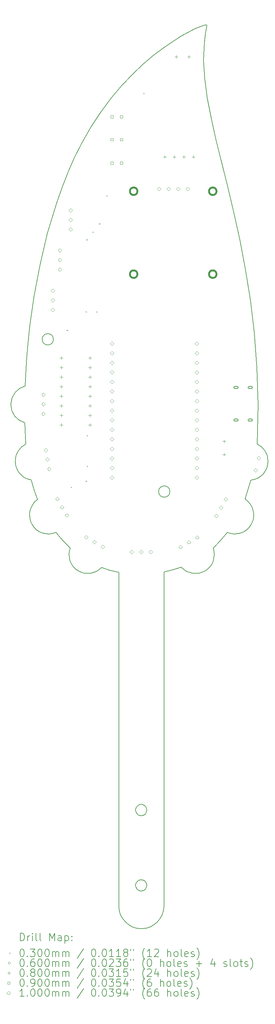
<source format=gbr>
%TF.GenerationSoftware,KiCad,Pcbnew,7.0.8*%
%TF.CreationDate,2024-08-01T15:22:34+02:00*%
%TF.ProjectId,20240606_Pflanzensensor,32303234-3036-4303-965f-50666c616e7a,rev?*%
%TF.SameCoordinates,Original*%
%TF.FileFunction,Drillmap*%
%TF.FilePolarity,Positive*%
%FSLAX45Y45*%
G04 Gerber Fmt 4.5, Leading zero omitted, Abs format (unit mm)*
G04 Created by KiCad (PCBNEW 7.0.8) date 2024-08-01 15:22:34*
%MOMM*%
%LPD*%
G01*
G04 APERTURE LIST*
%ADD10C,0.200000*%
%ADD11C,0.500000*%
%ADD12C,0.030000*%
%ADD13C,0.060000*%
%ADD14C,0.080000*%
%ADD15C,0.090000*%
%ADD16C,0.100000*%
G04 APERTURE END LIST*
D10*
X3704000Y-10110000D02*
G75*
G03*
X3704000Y-10110000I-150000J0D01*
G01*
X6806000Y-14151000D02*
G75*
G03*
X6806000Y-14151000I-150000J0D01*
G01*
X5904046Y-22544933D02*
X5892252Y-22603276D01*
X5936198Y-22497272D02*
X5904046Y-22544933D01*
X5983861Y-22465128D02*
X5936198Y-22497272D01*
X6042189Y-22453339D02*
X5983861Y-22465128D01*
X6100532Y-22465128D02*
X6042189Y-22453339D01*
X6148194Y-22497272D02*
X6100532Y-22465128D01*
X6180337Y-22544933D02*
X6148194Y-22497272D01*
X6192127Y-22603276D02*
X6180337Y-22544933D01*
X6180337Y-22661619D02*
X6192127Y-22603276D01*
X6148194Y-22709281D02*
X6180337Y-22661619D01*
X6100532Y-22741425D02*
X6148194Y-22709281D01*
X6042189Y-22753214D02*
X6100532Y-22741425D01*
X5983861Y-22741425D02*
X6042189Y-22753214D01*
X5936198Y-22709281D02*
X5983861Y-22741425D01*
X5904046Y-22661619D02*
X5936198Y-22709281D01*
X5892252Y-22603276D02*
X5904046Y-22661619D01*
X5904046Y-24544054D02*
X5892252Y-24602397D01*
X5936198Y-24496393D02*
X5904046Y-24544054D01*
X5983861Y-24464249D02*
X5936198Y-24496393D01*
X6042189Y-24452460D02*
X5983861Y-24464249D01*
X6100532Y-24464249D02*
X6042189Y-24452460D01*
X6148194Y-24496393D02*
X6100532Y-24464249D01*
X6180337Y-24544054D02*
X6148194Y-24496393D01*
X6192127Y-24602397D02*
X6180337Y-24544054D01*
X6180337Y-24660725D02*
X6192127Y-24602397D01*
X6148194Y-24708388D02*
X6180337Y-24660725D01*
X6100532Y-24740540D02*
X6148194Y-24708388D01*
X6042189Y-24752335D02*
X6100532Y-24740540D01*
X5983861Y-24740540D02*
X6042189Y-24752335D01*
X5936198Y-24708388D02*
X5983861Y-24740540D01*
X5904046Y-24660725D02*
X5936198Y-24708388D01*
X5892252Y-24602397D02*
X5904046Y-24660725D01*
X5446882Y-25152145D02*
X5446882Y-16295283D01*
X5459076Y-25272952D02*
X5446882Y-25152145D01*
X5494045Y-25385502D02*
X5459076Y-25272952D01*
X5549368Y-25487374D02*
X5494045Y-25385502D01*
X5622628Y-25576150D02*
X5549368Y-25487374D01*
X5711403Y-25649409D02*
X5622628Y-25576150D01*
X5813276Y-25704733D02*
X5711403Y-25649409D01*
X5925825Y-25739701D02*
X5813276Y-25704733D01*
X6046632Y-25751895D02*
X5925825Y-25739701D01*
X6167440Y-25739701D02*
X6046632Y-25751895D01*
X6279989Y-25704733D02*
X6167440Y-25739701D01*
X6381862Y-25649409D02*
X6279989Y-25704733D01*
X6470637Y-25576150D02*
X6381862Y-25649409D01*
X6543897Y-25487374D02*
X6470637Y-25576150D01*
X6599220Y-25385502D02*
X6543897Y-25487374D01*
X6634189Y-25272952D02*
X6599220Y-25385502D01*
X6646383Y-25152145D02*
X6634189Y-25272952D01*
X6646383Y-16284775D02*
X6646383Y-25152145D01*
X6886443Y-16229765D02*
X6646383Y-16284775D01*
X7111112Y-16158358D02*
X6886443Y-16229765D01*
X7174064Y-16217878D02*
X7111112Y-16158358D01*
X7245158Y-16265006D02*
X7174064Y-16217878D01*
X7404349Y-16320082D02*
X7245158Y-16265006D01*
X7573841Y-16319579D02*
X7404349Y-16320082D01*
X7657811Y-16297234D02*
X7573841Y-16319579D01*
X7738790Y-16259492D02*
X7657811Y-16297234D01*
X7813555Y-16206865D02*
X7738790Y-16259492D01*
X7875904Y-16143510D02*
X7813555Y-16206865D01*
X7925304Y-16071418D02*
X7875904Y-16143510D01*
X7961224Y-15992578D02*
X7925304Y-16071418D01*
X7990496Y-15822618D02*
X7961224Y-15992578D01*
X7982784Y-15735478D02*
X7990496Y-15822618D01*
X7959465Y-15649550D02*
X7982784Y-15735478D01*
X8158242Y-15450932D02*
X7959465Y-15649550D01*
X8334697Y-15235071D02*
X8158242Y-15450932D01*
X8423341Y-15264408D02*
X8334697Y-15235071D01*
X8513915Y-15276678D02*
X8423341Y-15264408D01*
X8604176Y-15272479D02*
X8513915Y-15276678D01*
X8691883Y-15252411D02*
X8604176Y-15272479D01*
X8774793Y-15217074D02*
X8691883Y-15252411D01*
X8850664Y-15167065D02*
X8774793Y-15217074D01*
X8917254Y-15102986D02*
X8850664Y-15167065D01*
X8972320Y-15025433D02*
X8917254Y-15102986D01*
X9013280Y-14935099D02*
X8972320Y-15025433D01*
X9035270Y-14841329D02*
X9013280Y-14935099D01*
X9038975Y-14746679D02*
X9035270Y-14841329D01*
X9025077Y-14653701D02*
X9038975Y-14746679D01*
X8994262Y-14564952D02*
X9025077Y-14653701D01*
X8947213Y-14482986D02*
X8994262Y-14564952D01*
X8884614Y-14410357D02*
X8947213Y-14482986D01*
X8807149Y-14349621D02*
X8884614Y-14410357D01*
X8965690Y-13846597D02*
X8807149Y-14349621D01*
X9058636Y-13828920D02*
X8965690Y-13846597D01*
X9144705Y-13795007D02*
X9058636Y-13828920D01*
X9222197Y-13746555D02*
X9144705Y-13795007D01*
X9289412Y-13685260D02*
X9222197Y-13746555D01*
X9344649Y-13612822D02*
X9289412Y-13685260D01*
X9386210Y-13530937D02*
X9344649Y-13612822D01*
X9412392Y-13441303D02*
X9386210Y-13530937D01*
X9421498Y-13345617D02*
X9412392Y-13441303D01*
X9400393Y-13201055D02*
X9421498Y-13345617D01*
X9341182Y-13072903D02*
X9400393Y-13201055D01*
X9250016Y-12967298D02*
X9341182Y-13072903D01*
X9133048Y-12890374D02*
X9250016Y-12967298D01*
X9152674Y-11849977D02*
X9133048Y-12890374D01*
X9123807Y-10869927D02*
X9152674Y-11849977D01*
X9053888Y-9947163D02*
X9123807Y-10869927D01*
X8950361Y-9078626D02*
X9053888Y-9947163D01*
X8820670Y-8261255D02*
X8950361Y-9078626D01*
X8672259Y-7491989D02*
X8820670Y-8261255D01*
X8512571Y-6767769D02*
X8672259Y-7491989D01*
X8349049Y-6085532D02*
X8512571Y-6767769D01*
X8040279Y-4834771D02*
X8349049Y-6085532D01*
X7909918Y-4260125D02*
X8040279Y-4834771D01*
X7805498Y-3715222D02*
X7909918Y-4260125D01*
X7734461Y-3197001D02*
X7805498Y-3715222D01*
X7704253Y-2702401D02*
X7734461Y-3197001D01*
X7722315Y-2228363D02*
X7704253Y-2702401D01*
X7751774Y-1998097D02*
X7722315Y-2228363D01*
X7796093Y-1771825D02*
X7751774Y-1998097D01*
X7777105Y-1761824D02*
X7796093Y-1771825D01*
X7713286Y-1774109D02*
X7777105Y-1761824D01*
X7467858Y-1870062D02*
X7713286Y-1774109D01*
X7093216Y-2068728D02*
X7467858Y-1870062D01*
X6622770Y-2379152D02*
X7093216Y-2068728D01*
X6362060Y-2579100D02*
X6622770Y-2379152D01*
X6089927Y-2810378D02*
X6362060Y-2579100D01*
X5810546Y-3074119D02*
X6089927Y-2810378D01*
X5528094Y-3371451D02*
X5810546Y-3074119D01*
X5246747Y-3703507D02*
X5528094Y-3371451D01*
X4970681Y-4071415D02*
X5246747Y-3703507D01*
X4704072Y-4476308D02*
X4970681Y-4071415D01*
X4451095Y-4919315D02*
X4704072Y-4476308D01*
X4265492Y-5290558D02*
X4451095Y-4919315D01*
X4094327Y-5673708D02*
X4265492Y-5290558D01*
X3937128Y-6067090D02*
X4094327Y-5673708D01*
X3793425Y-6469033D02*
X3937128Y-6067090D01*
X3544624Y-7291910D02*
X3793425Y-6469033D01*
X3344159Y-8128956D02*
X3544624Y-7291910D01*
X3188264Y-8966790D02*
X3344159Y-8128956D01*
X3073173Y-9792027D02*
X3188264Y-8966790D01*
X2995121Y-10591287D02*
X3073173Y-9792027D01*
X2950344Y-11351187D02*
X2995121Y-10591287D01*
X2800199Y-11416178D02*
X2950344Y-11351187D01*
X2680416Y-11524371D02*
X2800199Y-11416178D01*
X2600766Y-11666192D02*
X2680416Y-11524371D01*
X2571021Y-11832066D02*
X2600766Y-11666192D01*
X2597927Y-11998248D02*
X2571021Y-11832066D01*
X2675135Y-12141299D02*
X2597927Y-11998248D01*
X2793019Y-12251469D02*
X2675135Y-12141299D01*
X2941951Y-12319010D02*
X2793019Y-12251469D01*
X2971290Y-12892702D02*
X2941951Y-12319010D01*
X2856110Y-12969867D02*
X2971290Y-12892702D01*
X2766439Y-13075046D02*
X2856110Y-12969867D01*
X2708253Y-13202282D02*
X2766439Y-13075046D01*
X2687530Y-13345617D02*
X2708253Y-13202282D01*
X2695877Y-13437242D02*
X2687530Y-13345617D01*
X2719924Y-13523424D02*
X2695877Y-13437242D01*
X2758180Y-13602668D02*
X2719924Y-13523424D01*
X2809156Y-13673478D02*
X2758180Y-13602668D01*
X2871360Y-13734359D02*
X2809156Y-13673478D01*
X2943302Y-13783815D02*
X2871360Y-13734359D01*
X3023491Y-13820351D02*
X2943302Y-13783815D01*
X3110437Y-13842471D02*
X3023491Y-13820351D01*
X3184119Y-14100427D02*
X3110437Y-13842471D01*
X3279699Y-14364361D02*
X3184119Y-14100427D01*
X3208364Y-14426158D02*
X3279699Y-14364361D01*
X3151072Y-14498534D02*
X3208364Y-14426158D01*
X3108437Y-14579178D02*
X3151072Y-14498534D01*
X3081072Y-14665779D02*
X3108437Y-14579178D01*
X3069592Y-14756026D02*
X3081072Y-14665779D01*
X3074611Y-14847609D02*
X3069592Y-14756026D01*
X3096743Y-14938217D02*
X3074611Y-14847609D01*
X3136602Y-15025539D02*
X3096743Y-14938217D01*
X3191421Y-15102756D02*
X3136602Y-15025539D01*
X3257706Y-15166624D02*
X3191421Y-15102756D01*
X3333232Y-15216545D02*
X3257706Y-15166624D01*
X3415773Y-15251922D02*
X3333232Y-15216545D01*
X3503107Y-15272156D02*
X3415773Y-15251922D01*
X3593008Y-15276650D02*
X3503107Y-15272156D01*
X3683253Y-15264805D02*
X3593008Y-15276650D01*
X3771615Y-15236023D02*
X3683253Y-15264805D01*
X3950301Y-15449738D02*
X3771615Y-15236023D01*
X4149985Y-15648563D02*
X3950301Y-15449738D01*
X4126429Y-15734531D02*
X4149985Y-15648563D01*
X4118532Y-15821762D02*
X4126429Y-15734531D01*
X4147570Y-15992010D02*
X4118532Y-15821762D01*
X4183432Y-16071025D02*
X4147570Y-15992010D01*
X4232808Y-16143301D02*
X4183432Y-16071025D01*
X4295161Y-16206837D02*
X4232808Y-16143301D01*
X4369955Y-16259633D02*
X4295161Y-16206837D01*
X4449583Y-16296817D02*
X4369955Y-16259633D01*
X4532125Y-16319132D02*
X4449583Y-16296817D01*
X4698896Y-16321043D02*
X4532125Y-16319132D01*
X4856159Y-16269134D02*
X4698896Y-16321043D01*
X4989805Y-16167173D02*
X4856159Y-16269134D01*
X5211679Y-16240458D02*
X4989805Y-16167173D01*
X5446882Y-16295283D02*
X5211679Y-16240458D01*
D11*
X8047830Y-8380945D02*
G75*
G03*
X8047830Y-8380945I-100000J0D01*
G01*
X5940830Y-8380945D02*
G75*
G03*
X5940830Y-8380945I-100000J0D01*
G01*
X5940830Y-6180945D02*
G75*
G03*
X5940830Y-6180945I-100000J0D01*
G01*
X8047830Y-6180945D02*
G75*
G03*
X8047830Y-6180945I-100000J0D01*
G01*
D10*
D12*
X4054400Y-9857575D02*
X4084400Y-9887575D01*
X4084400Y-9857575D02*
X4054400Y-9887575D01*
X4166900Y-14022575D02*
X4196901Y-14052575D01*
X4196901Y-14022575D02*
X4166900Y-14052575D01*
X4560651Y-9359575D02*
X4590651Y-9389575D01*
X4590651Y-9359575D02*
X4560651Y-9389575D01*
X4561901Y-13862575D02*
X4591901Y-13892575D01*
X4591901Y-13862575D02*
X4561901Y-13892575D01*
X4579901Y-7452575D02*
X4609901Y-7482575D01*
X4609901Y-7452575D02*
X4579901Y-7482575D01*
X4591901Y-12650075D02*
X4621901Y-12680075D01*
X4621901Y-12650075D02*
X4591901Y-12680075D01*
X4591901Y-13465075D02*
X4621901Y-13495075D01*
X4621901Y-13465075D02*
X4591901Y-13495075D01*
X4741901Y-7248575D02*
X4771901Y-7278575D01*
X4771901Y-7248575D02*
X4741901Y-7278575D01*
X4844401Y-9365075D02*
X4874401Y-9395075D01*
X4874401Y-9365075D02*
X4844401Y-9395075D01*
X4917901Y-7029575D02*
X4947901Y-7059575D01*
X4947901Y-7029575D02*
X4917901Y-7059575D01*
X5111901Y-6290075D02*
X5141901Y-6320075D01*
X5141901Y-6290075D02*
X5111901Y-6320075D01*
X6096900Y-3567575D02*
X6126900Y-3597575D01*
X6126900Y-3567575D02*
X6096900Y-3597575D01*
D13*
X8596000Y-11390000D02*
G75*
G03*
X8596000Y-11390000I-30000J0D01*
G01*
D10*
X8536000Y-11420000D02*
X8596000Y-11420000D01*
X8596000Y-11420000D02*
G75*
G03*
X8596000Y-11360000I0J30000D01*
G01*
X8596000Y-11360000D02*
X8536000Y-11360000D01*
X8536000Y-11360000D02*
G75*
G03*
X8536000Y-11420000I0J-30000D01*
G01*
D13*
X8596000Y-12254000D02*
G75*
G03*
X8596000Y-12254000I-30000J0D01*
G01*
D10*
X8536000Y-12284000D02*
X8596000Y-12284000D01*
X8596000Y-12284000D02*
G75*
G03*
X8596000Y-12224000I0J30000D01*
G01*
X8596000Y-12224000D02*
X8536000Y-12224000D01*
X8536000Y-12224000D02*
G75*
G03*
X8536000Y-12284000I0J-30000D01*
G01*
D13*
X8976000Y-11390000D02*
G75*
G03*
X8976000Y-11390000I-30000J0D01*
G01*
D10*
X8916000Y-11420000D02*
X8976000Y-11420000D01*
X8976000Y-11420000D02*
G75*
G03*
X8976000Y-11360000I0J30000D01*
G01*
X8976000Y-11360000D02*
X8916000Y-11360000D01*
X8916000Y-11360000D02*
G75*
G03*
X8916000Y-11420000I0J-30000D01*
G01*
D13*
X8976000Y-12254000D02*
G75*
G03*
X8976000Y-12254000I-30000J0D01*
G01*
D10*
X8916000Y-12284000D02*
X8976000Y-12284000D01*
X8976000Y-12284000D02*
G75*
G03*
X8976000Y-12224000I0J30000D01*
G01*
X8976000Y-12224000D02*
X8916000Y-12224000D01*
X8916000Y-12224000D02*
G75*
G03*
X8916000Y-12284000I0J-30000D01*
G01*
D14*
X3916900Y-10562575D02*
X3916900Y-10642575D01*
X3876900Y-10602575D02*
X3956900Y-10602575D01*
X3916900Y-10816575D02*
X3916900Y-10896575D01*
X3876900Y-10856575D02*
X3956900Y-10856575D01*
X3916900Y-11070575D02*
X3916900Y-11150575D01*
X3876900Y-11110575D02*
X3956900Y-11110575D01*
X3916900Y-11324575D02*
X3916900Y-11404575D01*
X3876900Y-11364575D02*
X3956900Y-11364575D01*
X3916900Y-11578575D02*
X3916900Y-11658575D01*
X3876900Y-11618575D02*
X3956900Y-11618575D01*
X3916900Y-11832575D02*
X3916900Y-11912575D01*
X3876900Y-11872575D02*
X3956900Y-11872575D01*
X3916900Y-12086575D02*
X3916900Y-12166575D01*
X3876900Y-12126575D02*
X3956900Y-12126575D01*
X3916900Y-12340575D02*
X3916900Y-12420575D01*
X3876900Y-12380575D02*
X3956900Y-12380575D01*
X4678901Y-10562575D02*
X4678901Y-10642575D01*
X4638901Y-10602575D02*
X4718901Y-10602575D01*
X4678901Y-10816575D02*
X4678901Y-10896575D01*
X4638901Y-10856575D02*
X4718901Y-10856575D01*
X4678901Y-11070575D02*
X4678901Y-11150575D01*
X4638901Y-11110575D02*
X4718901Y-11110575D01*
X4678901Y-11324575D02*
X4678901Y-11404575D01*
X4638901Y-11364575D02*
X4718901Y-11364575D01*
X4678901Y-11578575D02*
X4678901Y-11658575D01*
X4638901Y-11618575D02*
X4718901Y-11618575D01*
X4678901Y-11832575D02*
X4678901Y-11912575D01*
X4638901Y-11872575D02*
X4718901Y-11872575D01*
X4678901Y-12086575D02*
X4678901Y-12166575D01*
X4638901Y-12126575D02*
X4718901Y-12126575D01*
X4678901Y-12340575D02*
X4678901Y-12420575D01*
X4638901Y-12380575D02*
X4718901Y-12380575D01*
X6669522Y-5227504D02*
X6669522Y-5307504D01*
X6629522Y-5267504D02*
X6709522Y-5267504D01*
X6923522Y-5227504D02*
X6923522Y-5307504D01*
X6883522Y-5267504D02*
X6963522Y-5267504D01*
X6974400Y-2572575D02*
X6974400Y-2652575D01*
X6934400Y-2612575D02*
X7014400Y-2612575D01*
X7177522Y-5227504D02*
X7177522Y-5307504D01*
X7137522Y-5267504D02*
X7217522Y-5267504D01*
X7314400Y-2572575D02*
X7314400Y-2652575D01*
X7274400Y-2612575D02*
X7354400Y-2612575D01*
X7431522Y-5227504D02*
X7431522Y-5307504D01*
X7391522Y-5267504D02*
X7471522Y-5267504D01*
X8251900Y-12777575D02*
X8251900Y-12857575D01*
X8211900Y-12817575D02*
X8291900Y-12817575D01*
X8251900Y-13127575D02*
X8251900Y-13207575D01*
X8211900Y-13167575D02*
X8291900Y-13167575D01*
D15*
X5294721Y-4234395D02*
X5294721Y-4170754D01*
X5231080Y-4170754D01*
X5231080Y-4234395D01*
X5294721Y-4234395D01*
X5294721Y-4839395D02*
X5294721Y-4775755D01*
X5231080Y-4775755D01*
X5231080Y-4839395D01*
X5294721Y-4839395D01*
X5294721Y-5464395D02*
X5294721Y-5400755D01*
X5231080Y-5400755D01*
X5231080Y-5464395D01*
X5294721Y-5464395D01*
X5548721Y-4234395D02*
X5548721Y-4170754D01*
X5485080Y-4170754D01*
X5485080Y-4234395D01*
X5548721Y-4234395D01*
X5548721Y-4839395D02*
X5548721Y-4775755D01*
X5485080Y-4775755D01*
X5485080Y-4839395D01*
X5548721Y-4839395D01*
X5548721Y-5464395D02*
X5548721Y-5400755D01*
X5485080Y-5400755D01*
X5485080Y-5464395D01*
X5548721Y-5464395D01*
D16*
X3436900Y-11627575D02*
X3486900Y-11577575D01*
X3436900Y-11527575D01*
X3386900Y-11577575D01*
X3436900Y-11627575D01*
X3436900Y-11881575D02*
X3486900Y-11831575D01*
X3436900Y-11781575D01*
X3386900Y-11831575D01*
X3436900Y-11881575D01*
X3436900Y-12135575D02*
X3486900Y-12085575D01*
X3436900Y-12035575D01*
X3386900Y-12085575D01*
X3436900Y-12135575D01*
X3501187Y-13099792D02*
X3551187Y-13049792D01*
X3501187Y-12999792D01*
X3451187Y-13049792D01*
X3501187Y-13099792D01*
X3545294Y-13349933D02*
X3595294Y-13299933D01*
X3545294Y-13249933D01*
X3495294Y-13299933D01*
X3545294Y-13349933D01*
X3589400Y-13600075D02*
X3639400Y-13550075D01*
X3589400Y-13500075D01*
X3539400Y-13550075D01*
X3589400Y-13600075D01*
X3684400Y-8870075D02*
X3734400Y-8820075D01*
X3684400Y-8770075D01*
X3634400Y-8820075D01*
X3684400Y-8870075D01*
X3684400Y-9124075D02*
X3734400Y-9074075D01*
X3684400Y-9024075D01*
X3634400Y-9074075D01*
X3684400Y-9124075D01*
X3684400Y-9378075D02*
X3734400Y-9328075D01*
X3684400Y-9278075D01*
X3634400Y-9328075D01*
X3684400Y-9378075D01*
X3802900Y-14392634D02*
X3852900Y-14342634D01*
X3802900Y-14292634D01*
X3752900Y-14342634D01*
X3802900Y-14392634D01*
X3876900Y-7802575D02*
X3926900Y-7752575D01*
X3876900Y-7702575D01*
X3826900Y-7752575D01*
X3876900Y-7802575D01*
X3876900Y-8056575D02*
X3926900Y-8006575D01*
X3876900Y-7956575D01*
X3826900Y-8006575D01*
X3876900Y-8056575D01*
X3876900Y-8310575D02*
X3926900Y-8260575D01*
X3876900Y-8210575D01*
X3826900Y-8260575D01*
X3876900Y-8310575D01*
X3929900Y-14612604D02*
X3979900Y-14562604D01*
X3929900Y-14512604D01*
X3879900Y-14562604D01*
X3929900Y-14612604D01*
X4056900Y-14832575D02*
X4106900Y-14782575D01*
X4056900Y-14732575D01*
X4006900Y-14782575D01*
X4056900Y-14832575D01*
X4164400Y-6733575D02*
X4214401Y-6683575D01*
X4164400Y-6633575D01*
X4114400Y-6683575D01*
X4164400Y-6733575D01*
X4164400Y-6987575D02*
X4214401Y-6937575D01*
X4164400Y-6887575D01*
X4114400Y-6937575D01*
X4164400Y-6987575D01*
X4164400Y-7241575D02*
X4214401Y-7191575D01*
X4164400Y-7141575D01*
X4114400Y-7191575D01*
X4164400Y-7241575D01*
X4576881Y-15415938D02*
X4626881Y-15365938D01*
X4576881Y-15315938D01*
X4526881Y-15365938D01*
X4576881Y-15415938D01*
X4796851Y-15542938D02*
X4846851Y-15492938D01*
X4796851Y-15442938D01*
X4746851Y-15492938D01*
X4796851Y-15542938D01*
X5016822Y-15669938D02*
X5066822Y-15619938D01*
X5016822Y-15569938D01*
X4966822Y-15619938D01*
X5016822Y-15669938D01*
X5261261Y-10275075D02*
X5311261Y-10225075D01*
X5261261Y-10175075D01*
X5211261Y-10225075D01*
X5261261Y-10275075D01*
X5261261Y-10529075D02*
X5311261Y-10479075D01*
X5261261Y-10429075D01*
X5211261Y-10479075D01*
X5261261Y-10529075D01*
X5261261Y-10783075D02*
X5311261Y-10733075D01*
X5261261Y-10683075D01*
X5211261Y-10733075D01*
X5261261Y-10783075D01*
X5261261Y-11037075D02*
X5311261Y-10987075D01*
X5261261Y-10937075D01*
X5211261Y-10987075D01*
X5261261Y-11037075D01*
X5261261Y-11291075D02*
X5311261Y-11241075D01*
X5261261Y-11191075D01*
X5211261Y-11241075D01*
X5261261Y-11291075D01*
X5261261Y-11545075D02*
X5311261Y-11495075D01*
X5261261Y-11445075D01*
X5211261Y-11495075D01*
X5261261Y-11545075D01*
X5261261Y-11799075D02*
X5311261Y-11749075D01*
X5261261Y-11699075D01*
X5211261Y-11749075D01*
X5261261Y-11799075D01*
X5261261Y-12053075D02*
X5311261Y-12003075D01*
X5261261Y-11953075D01*
X5211261Y-12003075D01*
X5261261Y-12053075D01*
X5261261Y-12307075D02*
X5311261Y-12257075D01*
X5261261Y-12207075D01*
X5211261Y-12257075D01*
X5261261Y-12307075D01*
X5261261Y-12561075D02*
X5311261Y-12511075D01*
X5261261Y-12461075D01*
X5211261Y-12511075D01*
X5261261Y-12561075D01*
X5261261Y-12815075D02*
X5311261Y-12765075D01*
X5261261Y-12715075D01*
X5211261Y-12765075D01*
X5261261Y-12815075D01*
X5261261Y-13069075D02*
X5311261Y-13019075D01*
X5261261Y-12969075D01*
X5211261Y-13019075D01*
X5261261Y-13069075D01*
X5261261Y-13323075D02*
X5311261Y-13273075D01*
X5261261Y-13223075D01*
X5211261Y-13273075D01*
X5261261Y-13323075D01*
X5261261Y-13577075D02*
X5311261Y-13527075D01*
X5261261Y-13477075D01*
X5211261Y-13527075D01*
X5261261Y-13577075D01*
X5261261Y-13831075D02*
X5311261Y-13781075D01*
X5261261Y-13731075D01*
X5211261Y-13781075D01*
X5261261Y-13831075D01*
X5783900Y-15800075D02*
X5833900Y-15750075D01*
X5783900Y-15700075D01*
X5733900Y-15750075D01*
X5783900Y-15800075D01*
X6037900Y-15800075D02*
X6087900Y-15750075D01*
X6037900Y-15700075D01*
X5987900Y-15750075D01*
X6037900Y-15800075D01*
X6291900Y-15800075D02*
X6341900Y-15750075D01*
X6291900Y-15700075D01*
X6241900Y-15750075D01*
X6291900Y-15800075D01*
X6511658Y-6166148D02*
X6561658Y-6116148D01*
X6511658Y-6066148D01*
X6461658Y-6116148D01*
X6511658Y-6166148D01*
X6765658Y-6166148D02*
X6815658Y-6116148D01*
X6765658Y-6066148D01*
X6715658Y-6116148D01*
X6765658Y-6166148D01*
X7019658Y-6166148D02*
X7069658Y-6116148D01*
X7019658Y-6066148D01*
X6969658Y-6116148D01*
X7019658Y-6166148D01*
X7089381Y-15671438D02*
X7139381Y-15621438D01*
X7089381Y-15571438D01*
X7039381Y-15621438D01*
X7089381Y-15671438D01*
X7273658Y-6166148D02*
X7323658Y-6116148D01*
X7273658Y-6066148D01*
X7223658Y-6116148D01*
X7273658Y-6166148D01*
X7309351Y-15544438D02*
X7359351Y-15494438D01*
X7309351Y-15444438D01*
X7259351Y-15494438D01*
X7309351Y-15544438D01*
X7524400Y-10275075D02*
X7574400Y-10225075D01*
X7524400Y-10175075D01*
X7474400Y-10225075D01*
X7524400Y-10275075D01*
X7524400Y-10529075D02*
X7574400Y-10479075D01*
X7524400Y-10429075D01*
X7474400Y-10479075D01*
X7524400Y-10529075D01*
X7524400Y-10783075D02*
X7574400Y-10733075D01*
X7524400Y-10683075D01*
X7474400Y-10733075D01*
X7524400Y-10783075D01*
X7524400Y-11037075D02*
X7574400Y-10987075D01*
X7524400Y-10937075D01*
X7474400Y-10987075D01*
X7524400Y-11037075D01*
X7524400Y-11291075D02*
X7574400Y-11241075D01*
X7524400Y-11191075D01*
X7474400Y-11241075D01*
X7524400Y-11291075D01*
X7524400Y-11545075D02*
X7574400Y-11495075D01*
X7524400Y-11445075D01*
X7474400Y-11495075D01*
X7524400Y-11545075D01*
X7524400Y-11799075D02*
X7574400Y-11749075D01*
X7524400Y-11699075D01*
X7474400Y-11749075D01*
X7524400Y-11799075D01*
X7524400Y-12053075D02*
X7574400Y-12003075D01*
X7524400Y-11953075D01*
X7474400Y-12003075D01*
X7524400Y-12053075D01*
X7524400Y-12307075D02*
X7574400Y-12257075D01*
X7524400Y-12207075D01*
X7474400Y-12257075D01*
X7524400Y-12307075D01*
X7524400Y-12561075D02*
X7574400Y-12511075D01*
X7524400Y-12461075D01*
X7474400Y-12511075D01*
X7524400Y-12561075D01*
X7524400Y-12815075D02*
X7574400Y-12765075D01*
X7524400Y-12715075D01*
X7474400Y-12765075D01*
X7524400Y-12815075D01*
X7524400Y-13069075D02*
X7574400Y-13019075D01*
X7524400Y-12969075D01*
X7474400Y-13019075D01*
X7524400Y-13069075D01*
X7524400Y-13323075D02*
X7574400Y-13273075D01*
X7524400Y-13223075D01*
X7474400Y-13273075D01*
X7524400Y-13323075D01*
X7524400Y-13577075D02*
X7574400Y-13527075D01*
X7524400Y-13477075D01*
X7474400Y-13527075D01*
X7524400Y-13577075D01*
X7524400Y-13831075D02*
X7574400Y-13781075D01*
X7524400Y-13731075D01*
X7474400Y-13781075D01*
X7524400Y-13831075D01*
X7529322Y-15417438D02*
X7579322Y-15367438D01*
X7529322Y-15317438D01*
X7479322Y-15367438D01*
X7529322Y-15417438D01*
X8036634Y-14844386D02*
X8086634Y-14794386D01*
X8036634Y-14744386D01*
X7986634Y-14794386D01*
X8036634Y-14844386D01*
X8163634Y-14624416D02*
X8213634Y-14574416D01*
X8163634Y-14524416D01*
X8113634Y-14574416D01*
X8163634Y-14624416D01*
X8290634Y-14404446D02*
X8340634Y-14354446D01*
X8290634Y-14304446D01*
X8240634Y-14354446D01*
X8290634Y-14404446D01*
X9087881Y-13631439D02*
X9137881Y-13581439D01*
X9087881Y-13531439D01*
X9037881Y-13581439D01*
X9087881Y-13631439D01*
X9172881Y-13311439D02*
X9222881Y-13261439D01*
X9172881Y-13211439D01*
X9122881Y-13261439D01*
X9172881Y-13311439D01*
D10*
X2821798Y-26073379D02*
X2821798Y-25873379D01*
X2821798Y-25873379D02*
X2869417Y-25873379D01*
X2869417Y-25873379D02*
X2897989Y-25882903D01*
X2897989Y-25882903D02*
X2917036Y-25901950D01*
X2917036Y-25901950D02*
X2926560Y-25920998D01*
X2926560Y-25920998D02*
X2936084Y-25959093D01*
X2936084Y-25959093D02*
X2936084Y-25987665D01*
X2936084Y-25987665D02*
X2926560Y-26025760D01*
X2926560Y-26025760D02*
X2917036Y-26044808D01*
X2917036Y-26044808D02*
X2897989Y-26063855D01*
X2897989Y-26063855D02*
X2869417Y-26073379D01*
X2869417Y-26073379D02*
X2821798Y-26073379D01*
X3021798Y-26073379D02*
X3021798Y-25940046D01*
X3021798Y-25978141D02*
X3031322Y-25959093D01*
X3031322Y-25959093D02*
X3040846Y-25949569D01*
X3040846Y-25949569D02*
X3059893Y-25940046D01*
X3059893Y-25940046D02*
X3078941Y-25940046D01*
X3145608Y-26073379D02*
X3145608Y-25940046D01*
X3145608Y-25873379D02*
X3136084Y-25882903D01*
X3136084Y-25882903D02*
X3145608Y-25892427D01*
X3145608Y-25892427D02*
X3155131Y-25882903D01*
X3155131Y-25882903D02*
X3145608Y-25873379D01*
X3145608Y-25873379D02*
X3145608Y-25892427D01*
X3269417Y-26073379D02*
X3250370Y-26063855D01*
X3250370Y-26063855D02*
X3240846Y-26044808D01*
X3240846Y-26044808D02*
X3240846Y-25873379D01*
X3374179Y-26073379D02*
X3355131Y-26063855D01*
X3355131Y-26063855D02*
X3345608Y-26044808D01*
X3345608Y-26044808D02*
X3345608Y-25873379D01*
X3602751Y-26073379D02*
X3602751Y-25873379D01*
X3602751Y-25873379D02*
X3669417Y-26016236D01*
X3669417Y-26016236D02*
X3736084Y-25873379D01*
X3736084Y-25873379D02*
X3736084Y-26073379D01*
X3917036Y-26073379D02*
X3917036Y-25968617D01*
X3917036Y-25968617D02*
X3907512Y-25949569D01*
X3907512Y-25949569D02*
X3888465Y-25940046D01*
X3888465Y-25940046D02*
X3850370Y-25940046D01*
X3850370Y-25940046D02*
X3831322Y-25949569D01*
X3917036Y-26063855D02*
X3897989Y-26073379D01*
X3897989Y-26073379D02*
X3850370Y-26073379D01*
X3850370Y-26073379D02*
X3831322Y-26063855D01*
X3831322Y-26063855D02*
X3821798Y-26044808D01*
X3821798Y-26044808D02*
X3821798Y-26025760D01*
X3821798Y-26025760D02*
X3831322Y-26006712D01*
X3831322Y-26006712D02*
X3850370Y-25997189D01*
X3850370Y-25997189D02*
X3897989Y-25997189D01*
X3897989Y-25997189D02*
X3917036Y-25987665D01*
X4012274Y-25940046D02*
X4012274Y-26140046D01*
X4012274Y-25949569D02*
X4031322Y-25940046D01*
X4031322Y-25940046D02*
X4069417Y-25940046D01*
X4069417Y-25940046D02*
X4088465Y-25949569D01*
X4088465Y-25949569D02*
X4097989Y-25959093D01*
X4097989Y-25959093D02*
X4107512Y-25978141D01*
X4107512Y-25978141D02*
X4107512Y-26035284D01*
X4107512Y-26035284D02*
X4097989Y-26054331D01*
X4097989Y-26054331D02*
X4088465Y-26063855D01*
X4088465Y-26063855D02*
X4069417Y-26073379D01*
X4069417Y-26073379D02*
X4031322Y-26073379D01*
X4031322Y-26073379D02*
X4012274Y-26063855D01*
X4193227Y-26054331D02*
X4202751Y-26063855D01*
X4202751Y-26063855D02*
X4193227Y-26073379D01*
X4193227Y-26073379D02*
X4183703Y-26063855D01*
X4183703Y-26063855D02*
X4193227Y-26054331D01*
X4193227Y-26054331D02*
X4193227Y-26073379D01*
X4193227Y-25949569D02*
X4202751Y-25959093D01*
X4202751Y-25959093D02*
X4193227Y-25968617D01*
X4193227Y-25968617D02*
X4183703Y-25959093D01*
X4183703Y-25959093D02*
X4193227Y-25949569D01*
X4193227Y-25949569D02*
X4193227Y-25968617D01*
D12*
X2531021Y-26386895D02*
X2561021Y-26416895D01*
X2561021Y-26386895D02*
X2531021Y-26416895D01*
D10*
X2859893Y-26293379D02*
X2878941Y-26293379D01*
X2878941Y-26293379D02*
X2897989Y-26302903D01*
X2897989Y-26302903D02*
X2907512Y-26312427D01*
X2907512Y-26312427D02*
X2917036Y-26331474D01*
X2917036Y-26331474D02*
X2926560Y-26369569D01*
X2926560Y-26369569D02*
X2926560Y-26417189D01*
X2926560Y-26417189D02*
X2917036Y-26455284D01*
X2917036Y-26455284D02*
X2907512Y-26474331D01*
X2907512Y-26474331D02*
X2897989Y-26483855D01*
X2897989Y-26483855D02*
X2878941Y-26493379D01*
X2878941Y-26493379D02*
X2859893Y-26493379D01*
X2859893Y-26493379D02*
X2840846Y-26483855D01*
X2840846Y-26483855D02*
X2831322Y-26474331D01*
X2831322Y-26474331D02*
X2821798Y-26455284D01*
X2821798Y-26455284D02*
X2812274Y-26417189D01*
X2812274Y-26417189D02*
X2812274Y-26369569D01*
X2812274Y-26369569D02*
X2821798Y-26331474D01*
X2821798Y-26331474D02*
X2831322Y-26312427D01*
X2831322Y-26312427D02*
X2840846Y-26302903D01*
X2840846Y-26302903D02*
X2859893Y-26293379D01*
X3012274Y-26474331D02*
X3021798Y-26483855D01*
X3021798Y-26483855D02*
X3012274Y-26493379D01*
X3012274Y-26493379D02*
X3002751Y-26483855D01*
X3002751Y-26483855D02*
X3012274Y-26474331D01*
X3012274Y-26474331D02*
X3012274Y-26493379D01*
X3088465Y-26293379D02*
X3212274Y-26293379D01*
X3212274Y-26293379D02*
X3145608Y-26369569D01*
X3145608Y-26369569D02*
X3174179Y-26369569D01*
X3174179Y-26369569D02*
X3193227Y-26379093D01*
X3193227Y-26379093D02*
X3202751Y-26388617D01*
X3202751Y-26388617D02*
X3212274Y-26407665D01*
X3212274Y-26407665D02*
X3212274Y-26455284D01*
X3212274Y-26455284D02*
X3202751Y-26474331D01*
X3202751Y-26474331D02*
X3193227Y-26483855D01*
X3193227Y-26483855D02*
X3174179Y-26493379D01*
X3174179Y-26493379D02*
X3117036Y-26493379D01*
X3117036Y-26493379D02*
X3097989Y-26483855D01*
X3097989Y-26483855D02*
X3088465Y-26474331D01*
X3336084Y-26293379D02*
X3355132Y-26293379D01*
X3355132Y-26293379D02*
X3374179Y-26302903D01*
X3374179Y-26302903D02*
X3383703Y-26312427D01*
X3383703Y-26312427D02*
X3393227Y-26331474D01*
X3393227Y-26331474D02*
X3402751Y-26369569D01*
X3402751Y-26369569D02*
X3402751Y-26417189D01*
X3402751Y-26417189D02*
X3393227Y-26455284D01*
X3393227Y-26455284D02*
X3383703Y-26474331D01*
X3383703Y-26474331D02*
X3374179Y-26483855D01*
X3374179Y-26483855D02*
X3355132Y-26493379D01*
X3355132Y-26493379D02*
X3336084Y-26493379D01*
X3336084Y-26493379D02*
X3317036Y-26483855D01*
X3317036Y-26483855D02*
X3307512Y-26474331D01*
X3307512Y-26474331D02*
X3297989Y-26455284D01*
X3297989Y-26455284D02*
X3288465Y-26417189D01*
X3288465Y-26417189D02*
X3288465Y-26369569D01*
X3288465Y-26369569D02*
X3297989Y-26331474D01*
X3297989Y-26331474D02*
X3307512Y-26312427D01*
X3307512Y-26312427D02*
X3317036Y-26302903D01*
X3317036Y-26302903D02*
X3336084Y-26293379D01*
X3526560Y-26293379D02*
X3545608Y-26293379D01*
X3545608Y-26293379D02*
X3564655Y-26302903D01*
X3564655Y-26302903D02*
X3574179Y-26312427D01*
X3574179Y-26312427D02*
X3583703Y-26331474D01*
X3583703Y-26331474D02*
X3593227Y-26369569D01*
X3593227Y-26369569D02*
X3593227Y-26417189D01*
X3593227Y-26417189D02*
X3583703Y-26455284D01*
X3583703Y-26455284D02*
X3574179Y-26474331D01*
X3574179Y-26474331D02*
X3564655Y-26483855D01*
X3564655Y-26483855D02*
X3545608Y-26493379D01*
X3545608Y-26493379D02*
X3526560Y-26493379D01*
X3526560Y-26493379D02*
X3507512Y-26483855D01*
X3507512Y-26483855D02*
X3497989Y-26474331D01*
X3497989Y-26474331D02*
X3488465Y-26455284D01*
X3488465Y-26455284D02*
X3478941Y-26417189D01*
X3478941Y-26417189D02*
X3478941Y-26369569D01*
X3478941Y-26369569D02*
X3488465Y-26331474D01*
X3488465Y-26331474D02*
X3497989Y-26312427D01*
X3497989Y-26312427D02*
X3507512Y-26302903D01*
X3507512Y-26302903D02*
X3526560Y-26293379D01*
X3678941Y-26493379D02*
X3678941Y-26360046D01*
X3678941Y-26379093D02*
X3688465Y-26369569D01*
X3688465Y-26369569D02*
X3707512Y-26360046D01*
X3707512Y-26360046D02*
X3736084Y-26360046D01*
X3736084Y-26360046D02*
X3755132Y-26369569D01*
X3755132Y-26369569D02*
X3764655Y-26388617D01*
X3764655Y-26388617D02*
X3764655Y-26493379D01*
X3764655Y-26388617D02*
X3774179Y-26369569D01*
X3774179Y-26369569D02*
X3793227Y-26360046D01*
X3793227Y-26360046D02*
X3821798Y-26360046D01*
X3821798Y-26360046D02*
X3840846Y-26369569D01*
X3840846Y-26369569D02*
X3850370Y-26388617D01*
X3850370Y-26388617D02*
X3850370Y-26493379D01*
X3945608Y-26493379D02*
X3945608Y-26360046D01*
X3945608Y-26379093D02*
X3955132Y-26369569D01*
X3955132Y-26369569D02*
X3974179Y-26360046D01*
X3974179Y-26360046D02*
X4002751Y-26360046D01*
X4002751Y-26360046D02*
X4021798Y-26369569D01*
X4021798Y-26369569D02*
X4031322Y-26388617D01*
X4031322Y-26388617D02*
X4031322Y-26493379D01*
X4031322Y-26388617D02*
X4040846Y-26369569D01*
X4040846Y-26369569D02*
X4059893Y-26360046D01*
X4059893Y-26360046D02*
X4088465Y-26360046D01*
X4088465Y-26360046D02*
X4107513Y-26369569D01*
X4107513Y-26369569D02*
X4117036Y-26388617D01*
X4117036Y-26388617D02*
X4117036Y-26493379D01*
X4507513Y-26283855D02*
X4336084Y-26540998D01*
X4764656Y-26293379D02*
X4783703Y-26293379D01*
X4783703Y-26293379D02*
X4802751Y-26302903D01*
X4802751Y-26302903D02*
X4812275Y-26312427D01*
X4812275Y-26312427D02*
X4821798Y-26331474D01*
X4821798Y-26331474D02*
X4831322Y-26369569D01*
X4831322Y-26369569D02*
X4831322Y-26417189D01*
X4831322Y-26417189D02*
X4821798Y-26455284D01*
X4821798Y-26455284D02*
X4812275Y-26474331D01*
X4812275Y-26474331D02*
X4802751Y-26483855D01*
X4802751Y-26483855D02*
X4783703Y-26493379D01*
X4783703Y-26493379D02*
X4764656Y-26493379D01*
X4764656Y-26493379D02*
X4745608Y-26483855D01*
X4745608Y-26483855D02*
X4736084Y-26474331D01*
X4736084Y-26474331D02*
X4726560Y-26455284D01*
X4726560Y-26455284D02*
X4717037Y-26417189D01*
X4717037Y-26417189D02*
X4717037Y-26369569D01*
X4717037Y-26369569D02*
X4726560Y-26331474D01*
X4726560Y-26331474D02*
X4736084Y-26312427D01*
X4736084Y-26312427D02*
X4745608Y-26302903D01*
X4745608Y-26302903D02*
X4764656Y-26293379D01*
X4917037Y-26474331D02*
X4926560Y-26483855D01*
X4926560Y-26483855D02*
X4917037Y-26493379D01*
X4917037Y-26493379D02*
X4907513Y-26483855D01*
X4907513Y-26483855D02*
X4917037Y-26474331D01*
X4917037Y-26474331D02*
X4917037Y-26493379D01*
X5050370Y-26293379D02*
X5069418Y-26293379D01*
X5069418Y-26293379D02*
X5088465Y-26302903D01*
X5088465Y-26302903D02*
X5097989Y-26312427D01*
X5097989Y-26312427D02*
X5107513Y-26331474D01*
X5107513Y-26331474D02*
X5117037Y-26369569D01*
X5117037Y-26369569D02*
X5117037Y-26417189D01*
X5117037Y-26417189D02*
X5107513Y-26455284D01*
X5107513Y-26455284D02*
X5097989Y-26474331D01*
X5097989Y-26474331D02*
X5088465Y-26483855D01*
X5088465Y-26483855D02*
X5069418Y-26493379D01*
X5069418Y-26493379D02*
X5050370Y-26493379D01*
X5050370Y-26493379D02*
X5031322Y-26483855D01*
X5031322Y-26483855D02*
X5021798Y-26474331D01*
X5021798Y-26474331D02*
X5012275Y-26455284D01*
X5012275Y-26455284D02*
X5002751Y-26417189D01*
X5002751Y-26417189D02*
X5002751Y-26369569D01*
X5002751Y-26369569D02*
X5012275Y-26331474D01*
X5012275Y-26331474D02*
X5021798Y-26312427D01*
X5021798Y-26312427D02*
X5031322Y-26302903D01*
X5031322Y-26302903D02*
X5050370Y-26293379D01*
X5307513Y-26493379D02*
X5193227Y-26493379D01*
X5250370Y-26493379D02*
X5250370Y-26293379D01*
X5250370Y-26293379D02*
X5231322Y-26321950D01*
X5231322Y-26321950D02*
X5212275Y-26340998D01*
X5212275Y-26340998D02*
X5193227Y-26350522D01*
X5497989Y-26493379D02*
X5383703Y-26493379D01*
X5440846Y-26493379D02*
X5440846Y-26293379D01*
X5440846Y-26293379D02*
X5421798Y-26321950D01*
X5421798Y-26321950D02*
X5402751Y-26340998D01*
X5402751Y-26340998D02*
X5383703Y-26350522D01*
X5612275Y-26379093D02*
X5593227Y-26369569D01*
X5593227Y-26369569D02*
X5583703Y-26360046D01*
X5583703Y-26360046D02*
X5574179Y-26340998D01*
X5574179Y-26340998D02*
X5574179Y-26331474D01*
X5574179Y-26331474D02*
X5583703Y-26312427D01*
X5583703Y-26312427D02*
X5593227Y-26302903D01*
X5593227Y-26302903D02*
X5612275Y-26293379D01*
X5612275Y-26293379D02*
X5650370Y-26293379D01*
X5650370Y-26293379D02*
X5669417Y-26302903D01*
X5669417Y-26302903D02*
X5678941Y-26312427D01*
X5678941Y-26312427D02*
X5688465Y-26331474D01*
X5688465Y-26331474D02*
X5688465Y-26340998D01*
X5688465Y-26340998D02*
X5678941Y-26360046D01*
X5678941Y-26360046D02*
X5669417Y-26369569D01*
X5669417Y-26369569D02*
X5650370Y-26379093D01*
X5650370Y-26379093D02*
X5612275Y-26379093D01*
X5612275Y-26379093D02*
X5593227Y-26388617D01*
X5593227Y-26388617D02*
X5583703Y-26398141D01*
X5583703Y-26398141D02*
X5574179Y-26417189D01*
X5574179Y-26417189D02*
X5574179Y-26455284D01*
X5574179Y-26455284D02*
X5583703Y-26474331D01*
X5583703Y-26474331D02*
X5593227Y-26483855D01*
X5593227Y-26483855D02*
X5612275Y-26493379D01*
X5612275Y-26493379D02*
X5650370Y-26493379D01*
X5650370Y-26493379D02*
X5669417Y-26483855D01*
X5669417Y-26483855D02*
X5678941Y-26474331D01*
X5678941Y-26474331D02*
X5688465Y-26455284D01*
X5688465Y-26455284D02*
X5688465Y-26417189D01*
X5688465Y-26417189D02*
X5678941Y-26398141D01*
X5678941Y-26398141D02*
X5669417Y-26388617D01*
X5669417Y-26388617D02*
X5650370Y-26379093D01*
X5764656Y-26293379D02*
X5764656Y-26331474D01*
X5840846Y-26293379D02*
X5840846Y-26331474D01*
X6136084Y-26569569D02*
X6126560Y-26560046D01*
X6126560Y-26560046D02*
X6107513Y-26531474D01*
X6107513Y-26531474D02*
X6097989Y-26512427D01*
X6097989Y-26512427D02*
X6088465Y-26483855D01*
X6088465Y-26483855D02*
X6078941Y-26436236D01*
X6078941Y-26436236D02*
X6078941Y-26398141D01*
X6078941Y-26398141D02*
X6088465Y-26350522D01*
X6088465Y-26350522D02*
X6097989Y-26321950D01*
X6097989Y-26321950D02*
X6107513Y-26302903D01*
X6107513Y-26302903D02*
X6126560Y-26274331D01*
X6126560Y-26274331D02*
X6136084Y-26264808D01*
X6317037Y-26493379D02*
X6202751Y-26493379D01*
X6259894Y-26493379D02*
X6259894Y-26293379D01*
X6259894Y-26293379D02*
X6240846Y-26321950D01*
X6240846Y-26321950D02*
X6221798Y-26340998D01*
X6221798Y-26340998D02*
X6202751Y-26350522D01*
X6393227Y-26312427D02*
X6402751Y-26302903D01*
X6402751Y-26302903D02*
X6421798Y-26293379D01*
X6421798Y-26293379D02*
X6469418Y-26293379D01*
X6469418Y-26293379D02*
X6488465Y-26302903D01*
X6488465Y-26302903D02*
X6497989Y-26312427D01*
X6497989Y-26312427D02*
X6507513Y-26331474D01*
X6507513Y-26331474D02*
X6507513Y-26350522D01*
X6507513Y-26350522D02*
X6497989Y-26379093D01*
X6497989Y-26379093D02*
X6383703Y-26493379D01*
X6383703Y-26493379D02*
X6507513Y-26493379D01*
X6745608Y-26493379D02*
X6745608Y-26293379D01*
X6831322Y-26493379D02*
X6831322Y-26388617D01*
X6831322Y-26388617D02*
X6821799Y-26369569D01*
X6821799Y-26369569D02*
X6802751Y-26360046D01*
X6802751Y-26360046D02*
X6774179Y-26360046D01*
X6774179Y-26360046D02*
X6755132Y-26369569D01*
X6755132Y-26369569D02*
X6745608Y-26379093D01*
X6955132Y-26493379D02*
X6936084Y-26483855D01*
X6936084Y-26483855D02*
X6926560Y-26474331D01*
X6926560Y-26474331D02*
X6917037Y-26455284D01*
X6917037Y-26455284D02*
X6917037Y-26398141D01*
X6917037Y-26398141D02*
X6926560Y-26379093D01*
X6926560Y-26379093D02*
X6936084Y-26369569D01*
X6936084Y-26369569D02*
X6955132Y-26360046D01*
X6955132Y-26360046D02*
X6983703Y-26360046D01*
X6983703Y-26360046D02*
X7002751Y-26369569D01*
X7002751Y-26369569D02*
X7012275Y-26379093D01*
X7012275Y-26379093D02*
X7021799Y-26398141D01*
X7021799Y-26398141D02*
X7021799Y-26455284D01*
X7021799Y-26455284D02*
X7012275Y-26474331D01*
X7012275Y-26474331D02*
X7002751Y-26483855D01*
X7002751Y-26483855D02*
X6983703Y-26493379D01*
X6983703Y-26493379D02*
X6955132Y-26493379D01*
X7136084Y-26493379D02*
X7117037Y-26483855D01*
X7117037Y-26483855D02*
X7107513Y-26464808D01*
X7107513Y-26464808D02*
X7107513Y-26293379D01*
X7288465Y-26483855D02*
X7269418Y-26493379D01*
X7269418Y-26493379D02*
X7231322Y-26493379D01*
X7231322Y-26493379D02*
X7212275Y-26483855D01*
X7212275Y-26483855D02*
X7202751Y-26464808D01*
X7202751Y-26464808D02*
X7202751Y-26388617D01*
X7202751Y-26388617D02*
X7212275Y-26369569D01*
X7212275Y-26369569D02*
X7231322Y-26360046D01*
X7231322Y-26360046D02*
X7269418Y-26360046D01*
X7269418Y-26360046D02*
X7288465Y-26369569D01*
X7288465Y-26369569D02*
X7297989Y-26388617D01*
X7297989Y-26388617D02*
X7297989Y-26407665D01*
X7297989Y-26407665D02*
X7202751Y-26426712D01*
X7374180Y-26483855D02*
X7393227Y-26493379D01*
X7393227Y-26493379D02*
X7431322Y-26493379D01*
X7431322Y-26493379D02*
X7450370Y-26483855D01*
X7450370Y-26483855D02*
X7459894Y-26464808D01*
X7459894Y-26464808D02*
X7459894Y-26455284D01*
X7459894Y-26455284D02*
X7450370Y-26436236D01*
X7450370Y-26436236D02*
X7431322Y-26426712D01*
X7431322Y-26426712D02*
X7402751Y-26426712D01*
X7402751Y-26426712D02*
X7383703Y-26417189D01*
X7383703Y-26417189D02*
X7374180Y-26398141D01*
X7374180Y-26398141D02*
X7374180Y-26388617D01*
X7374180Y-26388617D02*
X7383703Y-26369569D01*
X7383703Y-26369569D02*
X7402751Y-26360046D01*
X7402751Y-26360046D02*
X7431322Y-26360046D01*
X7431322Y-26360046D02*
X7450370Y-26369569D01*
X7526561Y-26569569D02*
X7536084Y-26560046D01*
X7536084Y-26560046D02*
X7555132Y-26531474D01*
X7555132Y-26531474D02*
X7564656Y-26512427D01*
X7564656Y-26512427D02*
X7574180Y-26483855D01*
X7574180Y-26483855D02*
X7583703Y-26436236D01*
X7583703Y-26436236D02*
X7583703Y-26398141D01*
X7583703Y-26398141D02*
X7574180Y-26350522D01*
X7574180Y-26350522D02*
X7564656Y-26321950D01*
X7564656Y-26321950D02*
X7555132Y-26302903D01*
X7555132Y-26302903D02*
X7536084Y-26274331D01*
X7536084Y-26274331D02*
X7526561Y-26264808D01*
D13*
X2561021Y-26665895D02*
G75*
G03*
X2561021Y-26665895I-30000J0D01*
G01*
D10*
X2859893Y-26557379D02*
X2878941Y-26557379D01*
X2878941Y-26557379D02*
X2897989Y-26566903D01*
X2897989Y-26566903D02*
X2907512Y-26576427D01*
X2907512Y-26576427D02*
X2917036Y-26595474D01*
X2917036Y-26595474D02*
X2926560Y-26633569D01*
X2926560Y-26633569D02*
X2926560Y-26681189D01*
X2926560Y-26681189D02*
X2917036Y-26719284D01*
X2917036Y-26719284D02*
X2907512Y-26738331D01*
X2907512Y-26738331D02*
X2897989Y-26747855D01*
X2897989Y-26747855D02*
X2878941Y-26757379D01*
X2878941Y-26757379D02*
X2859893Y-26757379D01*
X2859893Y-26757379D02*
X2840846Y-26747855D01*
X2840846Y-26747855D02*
X2831322Y-26738331D01*
X2831322Y-26738331D02*
X2821798Y-26719284D01*
X2821798Y-26719284D02*
X2812274Y-26681189D01*
X2812274Y-26681189D02*
X2812274Y-26633569D01*
X2812274Y-26633569D02*
X2821798Y-26595474D01*
X2821798Y-26595474D02*
X2831322Y-26576427D01*
X2831322Y-26576427D02*
X2840846Y-26566903D01*
X2840846Y-26566903D02*
X2859893Y-26557379D01*
X3012274Y-26738331D02*
X3021798Y-26747855D01*
X3021798Y-26747855D02*
X3012274Y-26757379D01*
X3012274Y-26757379D02*
X3002751Y-26747855D01*
X3002751Y-26747855D02*
X3012274Y-26738331D01*
X3012274Y-26738331D02*
X3012274Y-26757379D01*
X3193227Y-26557379D02*
X3155131Y-26557379D01*
X3155131Y-26557379D02*
X3136084Y-26566903D01*
X3136084Y-26566903D02*
X3126560Y-26576427D01*
X3126560Y-26576427D02*
X3107512Y-26604998D01*
X3107512Y-26604998D02*
X3097989Y-26643093D01*
X3097989Y-26643093D02*
X3097989Y-26719284D01*
X3097989Y-26719284D02*
X3107512Y-26738331D01*
X3107512Y-26738331D02*
X3117036Y-26747855D01*
X3117036Y-26747855D02*
X3136084Y-26757379D01*
X3136084Y-26757379D02*
X3174179Y-26757379D01*
X3174179Y-26757379D02*
X3193227Y-26747855D01*
X3193227Y-26747855D02*
X3202751Y-26738331D01*
X3202751Y-26738331D02*
X3212274Y-26719284D01*
X3212274Y-26719284D02*
X3212274Y-26671665D01*
X3212274Y-26671665D02*
X3202751Y-26652617D01*
X3202751Y-26652617D02*
X3193227Y-26643093D01*
X3193227Y-26643093D02*
X3174179Y-26633569D01*
X3174179Y-26633569D02*
X3136084Y-26633569D01*
X3136084Y-26633569D02*
X3117036Y-26643093D01*
X3117036Y-26643093D02*
X3107512Y-26652617D01*
X3107512Y-26652617D02*
X3097989Y-26671665D01*
X3336084Y-26557379D02*
X3355132Y-26557379D01*
X3355132Y-26557379D02*
X3374179Y-26566903D01*
X3374179Y-26566903D02*
X3383703Y-26576427D01*
X3383703Y-26576427D02*
X3393227Y-26595474D01*
X3393227Y-26595474D02*
X3402751Y-26633569D01*
X3402751Y-26633569D02*
X3402751Y-26681189D01*
X3402751Y-26681189D02*
X3393227Y-26719284D01*
X3393227Y-26719284D02*
X3383703Y-26738331D01*
X3383703Y-26738331D02*
X3374179Y-26747855D01*
X3374179Y-26747855D02*
X3355132Y-26757379D01*
X3355132Y-26757379D02*
X3336084Y-26757379D01*
X3336084Y-26757379D02*
X3317036Y-26747855D01*
X3317036Y-26747855D02*
X3307512Y-26738331D01*
X3307512Y-26738331D02*
X3297989Y-26719284D01*
X3297989Y-26719284D02*
X3288465Y-26681189D01*
X3288465Y-26681189D02*
X3288465Y-26633569D01*
X3288465Y-26633569D02*
X3297989Y-26595474D01*
X3297989Y-26595474D02*
X3307512Y-26576427D01*
X3307512Y-26576427D02*
X3317036Y-26566903D01*
X3317036Y-26566903D02*
X3336084Y-26557379D01*
X3526560Y-26557379D02*
X3545608Y-26557379D01*
X3545608Y-26557379D02*
X3564655Y-26566903D01*
X3564655Y-26566903D02*
X3574179Y-26576427D01*
X3574179Y-26576427D02*
X3583703Y-26595474D01*
X3583703Y-26595474D02*
X3593227Y-26633569D01*
X3593227Y-26633569D02*
X3593227Y-26681189D01*
X3593227Y-26681189D02*
X3583703Y-26719284D01*
X3583703Y-26719284D02*
X3574179Y-26738331D01*
X3574179Y-26738331D02*
X3564655Y-26747855D01*
X3564655Y-26747855D02*
X3545608Y-26757379D01*
X3545608Y-26757379D02*
X3526560Y-26757379D01*
X3526560Y-26757379D02*
X3507512Y-26747855D01*
X3507512Y-26747855D02*
X3497989Y-26738331D01*
X3497989Y-26738331D02*
X3488465Y-26719284D01*
X3488465Y-26719284D02*
X3478941Y-26681189D01*
X3478941Y-26681189D02*
X3478941Y-26633569D01*
X3478941Y-26633569D02*
X3488465Y-26595474D01*
X3488465Y-26595474D02*
X3497989Y-26576427D01*
X3497989Y-26576427D02*
X3507512Y-26566903D01*
X3507512Y-26566903D02*
X3526560Y-26557379D01*
X3678941Y-26757379D02*
X3678941Y-26624046D01*
X3678941Y-26643093D02*
X3688465Y-26633569D01*
X3688465Y-26633569D02*
X3707512Y-26624046D01*
X3707512Y-26624046D02*
X3736084Y-26624046D01*
X3736084Y-26624046D02*
X3755132Y-26633569D01*
X3755132Y-26633569D02*
X3764655Y-26652617D01*
X3764655Y-26652617D02*
X3764655Y-26757379D01*
X3764655Y-26652617D02*
X3774179Y-26633569D01*
X3774179Y-26633569D02*
X3793227Y-26624046D01*
X3793227Y-26624046D02*
X3821798Y-26624046D01*
X3821798Y-26624046D02*
X3840846Y-26633569D01*
X3840846Y-26633569D02*
X3850370Y-26652617D01*
X3850370Y-26652617D02*
X3850370Y-26757379D01*
X3945608Y-26757379D02*
X3945608Y-26624046D01*
X3945608Y-26643093D02*
X3955132Y-26633569D01*
X3955132Y-26633569D02*
X3974179Y-26624046D01*
X3974179Y-26624046D02*
X4002751Y-26624046D01*
X4002751Y-26624046D02*
X4021798Y-26633569D01*
X4021798Y-26633569D02*
X4031322Y-26652617D01*
X4031322Y-26652617D02*
X4031322Y-26757379D01*
X4031322Y-26652617D02*
X4040846Y-26633569D01*
X4040846Y-26633569D02*
X4059893Y-26624046D01*
X4059893Y-26624046D02*
X4088465Y-26624046D01*
X4088465Y-26624046D02*
X4107513Y-26633569D01*
X4107513Y-26633569D02*
X4117036Y-26652617D01*
X4117036Y-26652617D02*
X4117036Y-26757379D01*
X4507513Y-26547855D02*
X4336084Y-26804998D01*
X4764656Y-26557379D02*
X4783703Y-26557379D01*
X4783703Y-26557379D02*
X4802751Y-26566903D01*
X4802751Y-26566903D02*
X4812275Y-26576427D01*
X4812275Y-26576427D02*
X4821798Y-26595474D01*
X4821798Y-26595474D02*
X4831322Y-26633569D01*
X4831322Y-26633569D02*
X4831322Y-26681189D01*
X4831322Y-26681189D02*
X4821798Y-26719284D01*
X4821798Y-26719284D02*
X4812275Y-26738331D01*
X4812275Y-26738331D02*
X4802751Y-26747855D01*
X4802751Y-26747855D02*
X4783703Y-26757379D01*
X4783703Y-26757379D02*
X4764656Y-26757379D01*
X4764656Y-26757379D02*
X4745608Y-26747855D01*
X4745608Y-26747855D02*
X4736084Y-26738331D01*
X4736084Y-26738331D02*
X4726560Y-26719284D01*
X4726560Y-26719284D02*
X4717037Y-26681189D01*
X4717037Y-26681189D02*
X4717037Y-26633569D01*
X4717037Y-26633569D02*
X4726560Y-26595474D01*
X4726560Y-26595474D02*
X4736084Y-26576427D01*
X4736084Y-26576427D02*
X4745608Y-26566903D01*
X4745608Y-26566903D02*
X4764656Y-26557379D01*
X4917037Y-26738331D02*
X4926560Y-26747855D01*
X4926560Y-26747855D02*
X4917037Y-26757379D01*
X4917037Y-26757379D02*
X4907513Y-26747855D01*
X4907513Y-26747855D02*
X4917037Y-26738331D01*
X4917037Y-26738331D02*
X4917037Y-26757379D01*
X5050370Y-26557379D02*
X5069418Y-26557379D01*
X5069418Y-26557379D02*
X5088465Y-26566903D01*
X5088465Y-26566903D02*
X5097989Y-26576427D01*
X5097989Y-26576427D02*
X5107513Y-26595474D01*
X5107513Y-26595474D02*
X5117037Y-26633569D01*
X5117037Y-26633569D02*
X5117037Y-26681189D01*
X5117037Y-26681189D02*
X5107513Y-26719284D01*
X5107513Y-26719284D02*
X5097989Y-26738331D01*
X5097989Y-26738331D02*
X5088465Y-26747855D01*
X5088465Y-26747855D02*
X5069418Y-26757379D01*
X5069418Y-26757379D02*
X5050370Y-26757379D01*
X5050370Y-26757379D02*
X5031322Y-26747855D01*
X5031322Y-26747855D02*
X5021798Y-26738331D01*
X5021798Y-26738331D02*
X5012275Y-26719284D01*
X5012275Y-26719284D02*
X5002751Y-26681189D01*
X5002751Y-26681189D02*
X5002751Y-26633569D01*
X5002751Y-26633569D02*
X5012275Y-26595474D01*
X5012275Y-26595474D02*
X5021798Y-26576427D01*
X5021798Y-26576427D02*
X5031322Y-26566903D01*
X5031322Y-26566903D02*
X5050370Y-26557379D01*
X5193227Y-26576427D02*
X5202751Y-26566903D01*
X5202751Y-26566903D02*
X5221798Y-26557379D01*
X5221798Y-26557379D02*
X5269418Y-26557379D01*
X5269418Y-26557379D02*
X5288465Y-26566903D01*
X5288465Y-26566903D02*
X5297989Y-26576427D01*
X5297989Y-26576427D02*
X5307513Y-26595474D01*
X5307513Y-26595474D02*
X5307513Y-26614522D01*
X5307513Y-26614522D02*
X5297989Y-26643093D01*
X5297989Y-26643093D02*
X5183703Y-26757379D01*
X5183703Y-26757379D02*
X5307513Y-26757379D01*
X5374179Y-26557379D02*
X5497989Y-26557379D01*
X5497989Y-26557379D02*
X5431322Y-26633569D01*
X5431322Y-26633569D02*
X5459894Y-26633569D01*
X5459894Y-26633569D02*
X5478941Y-26643093D01*
X5478941Y-26643093D02*
X5488465Y-26652617D01*
X5488465Y-26652617D02*
X5497989Y-26671665D01*
X5497989Y-26671665D02*
X5497989Y-26719284D01*
X5497989Y-26719284D02*
X5488465Y-26738331D01*
X5488465Y-26738331D02*
X5478941Y-26747855D01*
X5478941Y-26747855D02*
X5459894Y-26757379D01*
X5459894Y-26757379D02*
X5402751Y-26757379D01*
X5402751Y-26757379D02*
X5383703Y-26747855D01*
X5383703Y-26747855D02*
X5374179Y-26738331D01*
X5669417Y-26557379D02*
X5631322Y-26557379D01*
X5631322Y-26557379D02*
X5612275Y-26566903D01*
X5612275Y-26566903D02*
X5602751Y-26576427D01*
X5602751Y-26576427D02*
X5583703Y-26604998D01*
X5583703Y-26604998D02*
X5574179Y-26643093D01*
X5574179Y-26643093D02*
X5574179Y-26719284D01*
X5574179Y-26719284D02*
X5583703Y-26738331D01*
X5583703Y-26738331D02*
X5593227Y-26747855D01*
X5593227Y-26747855D02*
X5612275Y-26757379D01*
X5612275Y-26757379D02*
X5650370Y-26757379D01*
X5650370Y-26757379D02*
X5669417Y-26747855D01*
X5669417Y-26747855D02*
X5678941Y-26738331D01*
X5678941Y-26738331D02*
X5688465Y-26719284D01*
X5688465Y-26719284D02*
X5688465Y-26671665D01*
X5688465Y-26671665D02*
X5678941Y-26652617D01*
X5678941Y-26652617D02*
X5669417Y-26643093D01*
X5669417Y-26643093D02*
X5650370Y-26633569D01*
X5650370Y-26633569D02*
X5612275Y-26633569D01*
X5612275Y-26633569D02*
X5593227Y-26643093D01*
X5593227Y-26643093D02*
X5583703Y-26652617D01*
X5583703Y-26652617D02*
X5574179Y-26671665D01*
X5764656Y-26557379D02*
X5764656Y-26595474D01*
X5840846Y-26557379D02*
X5840846Y-26595474D01*
X6136084Y-26833569D02*
X6126560Y-26824046D01*
X6126560Y-26824046D02*
X6107513Y-26795474D01*
X6107513Y-26795474D02*
X6097989Y-26776427D01*
X6097989Y-26776427D02*
X6088465Y-26747855D01*
X6088465Y-26747855D02*
X6078941Y-26700236D01*
X6078941Y-26700236D02*
X6078941Y-26662141D01*
X6078941Y-26662141D02*
X6088465Y-26614522D01*
X6088465Y-26614522D02*
X6097989Y-26585950D01*
X6097989Y-26585950D02*
X6107513Y-26566903D01*
X6107513Y-26566903D02*
X6126560Y-26538331D01*
X6126560Y-26538331D02*
X6136084Y-26528808D01*
X6250370Y-26557379D02*
X6269418Y-26557379D01*
X6269418Y-26557379D02*
X6288465Y-26566903D01*
X6288465Y-26566903D02*
X6297989Y-26576427D01*
X6297989Y-26576427D02*
X6307513Y-26595474D01*
X6307513Y-26595474D02*
X6317037Y-26633569D01*
X6317037Y-26633569D02*
X6317037Y-26681189D01*
X6317037Y-26681189D02*
X6307513Y-26719284D01*
X6307513Y-26719284D02*
X6297989Y-26738331D01*
X6297989Y-26738331D02*
X6288465Y-26747855D01*
X6288465Y-26747855D02*
X6269418Y-26757379D01*
X6269418Y-26757379D02*
X6250370Y-26757379D01*
X6250370Y-26757379D02*
X6231322Y-26747855D01*
X6231322Y-26747855D02*
X6221798Y-26738331D01*
X6221798Y-26738331D02*
X6212275Y-26719284D01*
X6212275Y-26719284D02*
X6202751Y-26681189D01*
X6202751Y-26681189D02*
X6202751Y-26633569D01*
X6202751Y-26633569D02*
X6212275Y-26595474D01*
X6212275Y-26595474D02*
X6221798Y-26576427D01*
X6221798Y-26576427D02*
X6231322Y-26566903D01*
X6231322Y-26566903D02*
X6250370Y-26557379D01*
X6555132Y-26757379D02*
X6555132Y-26557379D01*
X6640846Y-26757379D02*
X6640846Y-26652617D01*
X6640846Y-26652617D02*
X6631322Y-26633569D01*
X6631322Y-26633569D02*
X6612275Y-26624046D01*
X6612275Y-26624046D02*
X6583703Y-26624046D01*
X6583703Y-26624046D02*
X6564656Y-26633569D01*
X6564656Y-26633569D02*
X6555132Y-26643093D01*
X6764656Y-26757379D02*
X6745608Y-26747855D01*
X6745608Y-26747855D02*
X6736084Y-26738331D01*
X6736084Y-26738331D02*
X6726560Y-26719284D01*
X6726560Y-26719284D02*
X6726560Y-26662141D01*
X6726560Y-26662141D02*
X6736084Y-26643093D01*
X6736084Y-26643093D02*
X6745608Y-26633569D01*
X6745608Y-26633569D02*
X6764656Y-26624046D01*
X6764656Y-26624046D02*
X6793227Y-26624046D01*
X6793227Y-26624046D02*
X6812275Y-26633569D01*
X6812275Y-26633569D02*
X6821799Y-26643093D01*
X6821799Y-26643093D02*
X6831322Y-26662141D01*
X6831322Y-26662141D02*
X6831322Y-26719284D01*
X6831322Y-26719284D02*
X6821799Y-26738331D01*
X6821799Y-26738331D02*
X6812275Y-26747855D01*
X6812275Y-26747855D02*
X6793227Y-26757379D01*
X6793227Y-26757379D02*
X6764656Y-26757379D01*
X6945608Y-26757379D02*
X6926560Y-26747855D01*
X6926560Y-26747855D02*
X6917037Y-26728808D01*
X6917037Y-26728808D02*
X6917037Y-26557379D01*
X7097989Y-26747855D02*
X7078941Y-26757379D01*
X7078941Y-26757379D02*
X7040846Y-26757379D01*
X7040846Y-26757379D02*
X7021799Y-26747855D01*
X7021799Y-26747855D02*
X7012275Y-26728808D01*
X7012275Y-26728808D02*
X7012275Y-26652617D01*
X7012275Y-26652617D02*
X7021799Y-26633569D01*
X7021799Y-26633569D02*
X7040846Y-26624046D01*
X7040846Y-26624046D02*
X7078941Y-26624046D01*
X7078941Y-26624046D02*
X7097989Y-26633569D01*
X7097989Y-26633569D02*
X7107513Y-26652617D01*
X7107513Y-26652617D02*
X7107513Y-26671665D01*
X7107513Y-26671665D02*
X7012275Y-26690712D01*
X7183703Y-26747855D02*
X7202751Y-26757379D01*
X7202751Y-26757379D02*
X7240846Y-26757379D01*
X7240846Y-26757379D02*
X7259894Y-26747855D01*
X7259894Y-26747855D02*
X7269418Y-26728808D01*
X7269418Y-26728808D02*
X7269418Y-26719284D01*
X7269418Y-26719284D02*
X7259894Y-26700236D01*
X7259894Y-26700236D02*
X7240846Y-26690712D01*
X7240846Y-26690712D02*
X7212275Y-26690712D01*
X7212275Y-26690712D02*
X7193227Y-26681189D01*
X7193227Y-26681189D02*
X7183703Y-26662141D01*
X7183703Y-26662141D02*
X7183703Y-26652617D01*
X7183703Y-26652617D02*
X7193227Y-26633569D01*
X7193227Y-26633569D02*
X7212275Y-26624046D01*
X7212275Y-26624046D02*
X7240846Y-26624046D01*
X7240846Y-26624046D02*
X7259894Y-26633569D01*
X7507513Y-26681189D02*
X7659894Y-26681189D01*
X7583703Y-26757379D02*
X7583703Y-26604998D01*
X7993227Y-26624046D02*
X7993227Y-26757379D01*
X7945608Y-26547855D02*
X7897989Y-26690712D01*
X7897989Y-26690712D02*
X8021799Y-26690712D01*
X8240846Y-26747855D02*
X8259894Y-26757379D01*
X8259894Y-26757379D02*
X8297989Y-26757379D01*
X8297989Y-26757379D02*
X8317037Y-26747855D01*
X8317037Y-26747855D02*
X8326561Y-26728808D01*
X8326561Y-26728808D02*
X8326561Y-26719284D01*
X8326561Y-26719284D02*
X8317037Y-26700236D01*
X8317037Y-26700236D02*
X8297989Y-26690712D01*
X8297989Y-26690712D02*
X8269418Y-26690712D01*
X8269418Y-26690712D02*
X8250370Y-26681189D01*
X8250370Y-26681189D02*
X8240846Y-26662141D01*
X8240846Y-26662141D02*
X8240846Y-26652617D01*
X8240846Y-26652617D02*
X8250370Y-26633569D01*
X8250370Y-26633569D02*
X8269418Y-26624046D01*
X8269418Y-26624046D02*
X8297989Y-26624046D01*
X8297989Y-26624046D02*
X8317037Y-26633569D01*
X8440846Y-26757379D02*
X8421799Y-26747855D01*
X8421799Y-26747855D02*
X8412275Y-26728808D01*
X8412275Y-26728808D02*
X8412275Y-26557379D01*
X8545608Y-26757379D02*
X8526561Y-26747855D01*
X8526561Y-26747855D02*
X8517037Y-26738331D01*
X8517037Y-26738331D02*
X8507513Y-26719284D01*
X8507513Y-26719284D02*
X8507513Y-26662141D01*
X8507513Y-26662141D02*
X8517037Y-26643093D01*
X8517037Y-26643093D02*
X8526561Y-26633569D01*
X8526561Y-26633569D02*
X8545608Y-26624046D01*
X8545608Y-26624046D02*
X8574180Y-26624046D01*
X8574180Y-26624046D02*
X8593227Y-26633569D01*
X8593227Y-26633569D02*
X8602751Y-26643093D01*
X8602751Y-26643093D02*
X8612275Y-26662141D01*
X8612275Y-26662141D02*
X8612275Y-26719284D01*
X8612275Y-26719284D02*
X8602751Y-26738331D01*
X8602751Y-26738331D02*
X8593227Y-26747855D01*
X8593227Y-26747855D02*
X8574180Y-26757379D01*
X8574180Y-26757379D02*
X8545608Y-26757379D01*
X8669418Y-26624046D02*
X8745608Y-26624046D01*
X8697989Y-26557379D02*
X8697989Y-26728808D01*
X8697989Y-26728808D02*
X8707513Y-26747855D01*
X8707513Y-26747855D02*
X8726561Y-26757379D01*
X8726561Y-26757379D02*
X8745608Y-26757379D01*
X8802751Y-26747855D02*
X8821799Y-26757379D01*
X8821799Y-26757379D02*
X8859894Y-26757379D01*
X8859894Y-26757379D02*
X8878942Y-26747855D01*
X8878942Y-26747855D02*
X8888466Y-26728808D01*
X8888466Y-26728808D02*
X8888466Y-26719284D01*
X8888466Y-26719284D02*
X8878942Y-26700236D01*
X8878942Y-26700236D02*
X8859894Y-26690712D01*
X8859894Y-26690712D02*
X8831323Y-26690712D01*
X8831323Y-26690712D02*
X8812275Y-26681189D01*
X8812275Y-26681189D02*
X8802751Y-26662141D01*
X8802751Y-26662141D02*
X8802751Y-26652617D01*
X8802751Y-26652617D02*
X8812275Y-26633569D01*
X8812275Y-26633569D02*
X8831323Y-26624046D01*
X8831323Y-26624046D02*
X8859894Y-26624046D01*
X8859894Y-26624046D02*
X8878942Y-26633569D01*
X8955132Y-26833569D02*
X8964656Y-26824046D01*
X8964656Y-26824046D02*
X8983704Y-26795474D01*
X8983704Y-26795474D02*
X8993227Y-26776427D01*
X8993227Y-26776427D02*
X9002751Y-26747855D01*
X9002751Y-26747855D02*
X9012275Y-26700236D01*
X9012275Y-26700236D02*
X9012275Y-26662141D01*
X9012275Y-26662141D02*
X9002751Y-26614522D01*
X9002751Y-26614522D02*
X8993227Y-26585950D01*
X8993227Y-26585950D02*
X8983704Y-26566903D01*
X8983704Y-26566903D02*
X8964656Y-26538331D01*
X8964656Y-26538331D02*
X8955132Y-26528808D01*
D14*
X2521021Y-26889895D02*
X2521021Y-26969895D01*
X2481021Y-26929895D02*
X2561021Y-26929895D01*
D10*
X2859893Y-26821379D02*
X2878941Y-26821379D01*
X2878941Y-26821379D02*
X2897989Y-26830903D01*
X2897989Y-26830903D02*
X2907512Y-26840427D01*
X2907512Y-26840427D02*
X2917036Y-26859474D01*
X2917036Y-26859474D02*
X2926560Y-26897569D01*
X2926560Y-26897569D02*
X2926560Y-26945189D01*
X2926560Y-26945189D02*
X2917036Y-26983284D01*
X2917036Y-26983284D02*
X2907512Y-27002331D01*
X2907512Y-27002331D02*
X2897989Y-27011855D01*
X2897989Y-27011855D02*
X2878941Y-27021379D01*
X2878941Y-27021379D02*
X2859893Y-27021379D01*
X2859893Y-27021379D02*
X2840846Y-27011855D01*
X2840846Y-27011855D02*
X2831322Y-27002331D01*
X2831322Y-27002331D02*
X2821798Y-26983284D01*
X2821798Y-26983284D02*
X2812274Y-26945189D01*
X2812274Y-26945189D02*
X2812274Y-26897569D01*
X2812274Y-26897569D02*
X2821798Y-26859474D01*
X2821798Y-26859474D02*
X2831322Y-26840427D01*
X2831322Y-26840427D02*
X2840846Y-26830903D01*
X2840846Y-26830903D02*
X2859893Y-26821379D01*
X3012274Y-27002331D02*
X3021798Y-27011855D01*
X3021798Y-27011855D02*
X3012274Y-27021379D01*
X3012274Y-27021379D02*
X3002751Y-27011855D01*
X3002751Y-27011855D02*
X3012274Y-27002331D01*
X3012274Y-27002331D02*
X3012274Y-27021379D01*
X3136084Y-26907093D02*
X3117036Y-26897569D01*
X3117036Y-26897569D02*
X3107512Y-26888046D01*
X3107512Y-26888046D02*
X3097989Y-26868998D01*
X3097989Y-26868998D02*
X3097989Y-26859474D01*
X3097989Y-26859474D02*
X3107512Y-26840427D01*
X3107512Y-26840427D02*
X3117036Y-26830903D01*
X3117036Y-26830903D02*
X3136084Y-26821379D01*
X3136084Y-26821379D02*
X3174179Y-26821379D01*
X3174179Y-26821379D02*
X3193227Y-26830903D01*
X3193227Y-26830903D02*
X3202751Y-26840427D01*
X3202751Y-26840427D02*
X3212274Y-26859474D01*
X3212274Y-26859474D02*
X3212274Y-26868998D01*
X3212274Y-26868998D02*
X3202751Y-26888046D01*
X3202751Y-26888046D02*
X3193227Y-26897569D01*
X3193227Y-26897569D02*
X3174179Y-26907093D01*
X3174179Y-26907093D02*
X3136084Y-26907093D01*
X3136084Y-26907093D02*
X3117036Y-26916617D01*
X3117036Y-26916617D02*
X3107512Y-26926141D01*
X3107512Y-26926141D02*
X3097989Y-26945189D01*
X3097989Y-26945189D02*
X3097989Y-26983284D01*
X3097989Y-26983284D02*
X3107512Y-27002331D01*
X3107512Y-27002331D02*
X3117036Y-27011855D01*
X3117036Y-27011855D02*
X3136084Y-27021379D01*
X3136084Y-27021379D02*
X3174179Y-27021379D01*
X3174179Y-27021379D02*
X3193227Y-27011855D01*
X3193227Y-27011855D02*
X3202751Y-27002331D01*
X3202751Y-27002331D02*
X3212274Y-26983284D01*
X3212274Y-26983284D02*
X3212274Y-26945189D01*
X3212274Y-26945189D02*
X3202751Y-26926141D01*
X3202751Y-26926141D02*
X3193227Y-26916617D01*
X3193227Y-26916617D02*
X3174179Y-26907093D01*
X3336084Y-26821379D02*
X3355132Y-26821379D01*
X3355132Y-26821379D02*
X3374179Y-26830903D01*
X3374179Y-26830903D02*
X3383703Y-26840427D01*
X3383703Y-26840427D02*
X3393227Y-26859474D01*
X3393227Y-26859474D02*
X3402751Y-26897569D01*
X3402751Y-26897569D02*
X3402751Y-26945189D01*
X3402751Y-26945189D02*
X3393227Y-26983284D01*
X3393227Y-26983284D02*
X3383703Y-27002331D01*
X3383703Y-27002331D02*
X3374179Y-27011855D01*
X3374179Y-27011855D02*
X3355132Y-27021379D01*
X3355132Y-27021379D02*
X3336084Y-27021379D01*
X3336084Y-27021379D02*
X3317036Y-27011855D01*
X3317036Y-27011855D02*
X3307512Y-27002331D01*
X3307512Y-27002331D02*
X3297989Y-26983284D01*
X3297989Y-26983284D02*
X3288465Y-26945189D01*
X3288465Y-26945189D02*
X3288465Y-26897569D01*
X3288465Y-26897569D02*
X3297989Y-26859474D01*
X3297989Y-26859474D02*
X3307512Y-26840427D01*
X3307512Y-26840427D02*
X3317036Y-26830903D01*
X3317036Y-26830903D02*
X3336084Y-26821379D01*
X3526560Y-26821379D02*
X3545608Y-26821379D01*
X3545608Y-26821379D02*
X3564655Y-26830903D01*
X3564655Y-26830903D02*
X3574179Y-26840427D01*
X3574179Y-26840427D02*
X3583703Y-26859474D01*
X3583703Y-26859474D02*
X3593227Y-26897569D01*
X3593227Y-26897569D02*
X3593227Y-26945189D01*
X3593227Y-26945189D02*
X3583703Y-26983284D01*
X3583703Y-26983284D02*
X3574179Y-27002331D01*
X3574179Y-27002331D02*
X3564655Y-27011855D01*
X3564655Y-27011855D02*
X3545608Y-27021379D01*
X3545608Y-27021379D02*
X3526560Y-27021379D01*
X3526560Y-27021379D02*
X3507512Y-27011855D01*
X3507512Y-27011855D02*
X3497989Y-27002331D01*
X3497989Y-27002331D02*
X3488465Y-26983284D01*
X3488465Y-26983284D02*
X3478941Y-26945189D01*
X3478941Y-26945189D02*
X3478941Y-26897569D01*
X3478941Y-26897569D02*
X3488465Y-26859474D01*
X3488465Y-26859474D02*
X3497989Y-26840427D01*
X3497989Y-26840427D02*
X3507512Y-26830903D01*
X3507512Y-26830903D02*
X3526560Y-26821379D01*
X3678941Y-27021379D02*
X3678941Y-26888046D01*
X3678941Y-26907093D02*
X3688465Y-26897569D01*
X3688465Y-26897569D02*
X3707512Y-26888046D01*
X3707512Y-26888046D02*
X3736084Y-26888046D01*
X3736084Y-26888046D02*
X3755132Y-26897569D01*
X3755132Y-26897569D02*
X3764655Y-26916617D01*
X3764655Y-26916617D02*
X3764655Y-27021379D01*
X3764655Y-26916617D02*
X3774179Y-26897569D01*
X3774179Y-26897569D02*
X3793227Y-26888046D01*
X3793227Y-26888046D02*
X3821798Y-26888046D01*
X3821798Y-26888046D02*
X3840846Y-26897569D01*
X3840846Y-26897569D02*
X3850370Y-26916617D01*
X3850370Y-26916617D02*
X3850370Y-27021379D01*
X3945608Y-27021379D02*
X3945608Y-26888046D01*
X3945608Y-26907093D02*
X3955132Y-26897569D01*
X3955132Y-26897569D02*
X3974179Y-26888046D01*
X3974179Y-26888046D02*
X4002751Y-26888046D01*
X4002751Y-26888046D02*
X4021798Y-26897569D01*
X4021798Y-26897569D02*
X4031322Y-26916617D01*
X4031322Y-26916617D02*
X4031322Y-27021379D01*
X4031322Y-26916617D02*
X4040846Y-26897569D01*
X4040846Y-26897569D02*
X4059893Y-26888046D01*
X4059893Y-26888046D02*
X4088465Y-26888046D01*
X4088465Y-26888046D02*
X4107513Y-26897569D01*
X4107513Y-26897569D02*
X4117036Y-26916617D01*
X4117036Y-26916617D02*
X4117036Y-27021379D01*
X4507513Y-26811855D02*
X4336084Y-27068998D01*
X4764656Y-26821379D02*
X4783703Y-26821379D01*
X4783703Y-26821379D02*
X4802751Y-26830903D01*
X4802751Y-26830903D02*
X4812275Y-26840427D01*
X4812275Y-26840427D02*
X4821798Y-26859474D01*
X4821798Y-26859474D02*
X4831322Y-26897569D01*
X4831322Y-26897569D02*
X4831322Y-26945189D01*
X4831322Y-26945189D02*
X4821798Y-26983284D01*
X4821798Y-26983284D02*
X4812275Y-27002331D01*
X4812275Y-27002331D02*
X4802751Y-27011855D01*
X4802751Y-27011855D02*
X4783703Y-27021379D01*
X4783703Y-27021379D02*
X4764656Y-27021379D01*
X4764656Y-27021379D02*
X4745608Y-27011855D01*
X4745608Y-27011855D02*
X4736084Y-27002331D01*
X4736084Y-27002331D02*
X4726560Y-26983284D01*
X4726560Y-26983284D02*
X4717037Y-26945189D01*
X4717037Y-26945189D02*
X4717037Y-26897569D01*
X4717037Y-26897569D02*
X4726560Y-26859474D01*
X4726560Y-26859474D02*
X4736084Y-26840427D01*
X4736084Y-26840427D02*
X4745608Y-26830903D01*
X4745608Y-26830903D02*
X4764656Y-26821379D01*
X4917037Y-27002331D02*
X4926560Y-27011855D01*
X4926560Y-27011855D02*
X4917037Y-27021379D01*
X4917037Y-27021379D02*
X4907513Y-27011855D01*
X4907513Y-27011855D02*
X4917037Y-27002331D01*
X4917037Y-27002331D02*
X4917037Y-27021379D01*
X5050370Y-26821379D02*
X5069418Y-26821379D01*
X5069418Y-26821379D02*
X5088465Y-26830903D01*
X5088465Y-26830903D02*
X5097989Y-26840427D01*
X5097989Y-26840427D02*
X5107513Y-26859474D01*
X5107513Y-26859474D02*
X5117037Y-26897569D01*
X5117037Y-26897569D02*
X5117037Y-26945189D01*
X5117037Y-26945189D02*
X5107513Y-26983284D01*
X5107513Y-26983284D02*
X5097989Y-27002331D01*
X5097989Y-27002331D02*
X5088465Y-27011855D01*
X5088465Y-27011855D02*
X5069418Y-27021379D01*
X5069418Y-27021379D02*
X5050370Y-27021379D01*
X5050370Y-27021379D02*
X5031322Y-27011855D01*
X5031322Y-27011855D02*
X5021798Y-27002331D01*
X5021798Y-27002331D02*
X5012275Y-26983284D01*
X5012275Y-26983284D02*
X5002751Y-26945189D01*
X5002751Y-26945189D02*
X5002751Y-26897569D01*
X5002751Y-26897569D02*
X5012275Y-26859474D01*
X5012275Y-26859474D02*
X5021798Y-26840427D01*
X5021798Y-26840427D02*
X5031322Y-26830903D01*
X5031322Y-26830903D02*
X5050370Y-26821379D01*
X5183703Y-26821379D02*
X5307513Y-26821379D01*
X5307513Y-26821379D02*
X5240846Y-26897569D01*
X5240846Y-26897569D02*
X5269418Y-26897569D01*
X5269418Y-26897569D02*
X5288465Y-26907093D01*
X5288465Y-26907093D02*
X5297989Y-26916617D01*
X5297989Y-26916617D02*
X5307513Y-26935665D01*
X5307513Y-26935665D02*
X5307513Y-26983284D01*
X5307513Y-26983284D02*
X5297989Y-27002331D01*
X5297989Y-27002331D02*
X5288465Y-27011855D01*
X5288465Y-27011855D02*
X5269418Y-27021379D01*
X5269418Y-27021379D02*
X5212275Y-27021379D01*
X5212275Y-27021379D02*
X5193227Y-27011855D01*
X5193227Y-27011855D02*
X5183703Y-27002331D01*
X5497989Y-27021379D02*
X5383703Y-27021379D01*
X5440846Y-27021379D02*
X5440846Y-26821379D01*
X5440846Y-26821379D02*
X5421798Y-26849950D01*
X5421798Y-26849950D02*
X5402751Y-26868998D01*
X5402751Y-26868998D02*
X5383703Y-26878522D01*
X5678941Y-26821379D02*
X5583703Y-26821379D01*
X5583703Y-26821379D02*
X5574179Y-26916617D01*
X5574179Y-26916617D02*
X5583703Y-26907093D01*
X5583703Y-26907093D02*
X5602751Y-26897569D01*
X5602751Y-26897569D02*
X5650370Y-26897569D01*
X5650370Y-26897569D02*
X5669417Y-26907093D01*
X5669417Y-26907093D02*
X5678941Y-26916617D01*
X5678941Y-26916617D02*
X5688465Y-26935665D01*
X5688465Y-26935665D02*
X5688465Y-26983284D01*
X5688465Y-26983284D02*
X5678941Y-27002331D01*
X5678941Y-27002331D02*
X5669417Y-27011855D01*
X5669417Y-27011855D02*
X5650370Y-27021379D01*
X5650370Y-27021379D02*
X5602751Y-27021379D01*
X5602751Y-27021379D02*
X5583703Y-27011855D01*
X5583703Y-27011855D02*
X5574179Y-27002331D01*
X5764656Y-26821379D02*
X5764656Y-26859474D01*
X5840846Y-26821379D02*
X5840846Y-26859474D01*
X6136084Y-27097569D02*
X6126560Y-27088046D01*
X6126560Y-27088046D02*
X6107513Y-27059474D01*
X6107513Y-27059474D02*
X6097989Y-27040427D01*
X6097989Y-27040427D02*
X6088465Y-27011855D01*
X6088465Y-27011855D02*
X6078941Y-26964236D01*
X6078941Y-26964236D02*
X6078941Y-26926141D01*
X6078941Y-26926141D02*
X6088465Y-26878522D01*
X6088465Y-26878522D02*
X6097989Y-26849950D01*
X6097989Y-26849950D02*
X6107513Y-26830903D01*
X6107513Y-26830903D02*
X6126560Y-26802331D01*
X6126560Y-26802331D02*
X6136084Y-26792808D01*
X6202751Y-26840427D02*
X6212275Y-26830903D01*
X6212275Y-26830903D02*
X6231322Y-26821379D01*
X6231322Y-26821379D02*
X6278941Y-26821379D01*
X6278941Y-26821379D02*
X6297989Y-26830903D01*
X6297989Y-26830903D02*
X6307513Y-26840427D01*
X6307513Y-26840427D02*
X6317037Y-26859474D01*
X6317037Y-26859474D02*
X6317037Y-26878522D01*
X6317037Y-26878522D02*
X6307513Y-26907093D01*
X6307513Y-26907093D02*
X6193227Y-27021379D01*
X6193227Y-27021379D02*
X6317037Y-27021379D01*
X6488465Y-26888046D02*
X6488465Y-27021379D01*
X6440846Y-26811855D02*
X6393227Y-26954712D01*
X6393227Y-26954712D02*
X6517037Y-26954712D01*
X6745608Y-27021379D02*
X6745608Y-26821379D01*
X6831322Y-27021379D02*
X6831322Y-26916617D01*
X6831322Y-26916617D02*
X6821799Y-26897569D01*
X6821799Y-26897569D02*
X6802751Y-26888046D01*
X6802751Y-26888046D02*
X6774179Y-26888046D01*
X6774179Y-26888046D02*
X6755132Y-26897569D01*
X6755132Y-26897569D02*
X6745608Y-26907093D01*
X6955132Y-27021379D02*
X6936084Y-27011855D01*
X6936084Y-27011855D02*
X6926560Y-27002331D01*
X6926560Y-27002331D02*
X6917037Y-26983284D01*
X6917037Y-26983284D02*
X6917037Y-26926141D01*
X6917037Y-26926141D02*
X6926560Y-26907093D01*
X6926560Y-26907093D02*
X6936084Y-26897569D01*
X6936084Y-26897569D02*
X6955132Y-26888046D01*
X6955132Y-26888046D02*
X6983703Y-26888046D01*
X6983703Y-26888046D02*
X7002751Y-26897569D01*
X7002751Y-26897569D02*
X7012275Y-26907093D01*
X7012275Y-26907093D02*
X7021799Y-26926141D01*
X7021799Y-26926141D02*
X7021799Y-26983284D01*
X7021799Y-26983284D02*
X7012275Y-27002331D01*
X7012275Y-27002331D02*
X7002751Y-27011855D01*
X7002751Y-27011855D02*
X6983703Y-27021379D01*
X6983703Y-27021379D02*
X6955132Y-27021379D01*
X7136084Y-27021379D02*
X7117037Y-27011855D01*
X7117037Y-27011855D02*
X7107513Y-26992808D01*
X7107513Y-26992808D02*
X7107513Y-26821379D01*
X7288465Y-27011855D02*
X7269418Y-27021379D01*
X7269418Y-27021379D02*
X7231322Y-27021379D01*
X7231322Y-27021379D02*
X7212275Y-27011855D01*
X7212275Y-27011855D02*
X7202751Y-26992808D01*
X7202751Y-26992808D02*
X7202751Y-26916617D01*
X7202751Y-26916617D02*
X7212275Y-26897569D01*
X7212275Y-26897569D02*
X7231322Y-26888046D01*
X7231322Y-26888046D02*
X7269418Y-26888046D01*
X7269418Y-26888046D02*
X7288465Y-26897569D01*
X7288465Y-26897569D02*
X7297989Y-26916617D01*
X7297989Y-26916617D02*
X7297989Y-26935665D01*
X7297989Y-26935665D02*
X7202751Y-26954712D01*
X7374180Y-27011855D02*
X7393227Y-27021379D01*
X7393227Y-27021379D02*
X7431322Y-27021379D01*
X7431322Y-27021379D02*
X7450370Y-27011855D01*
X7450370Y-27011855D02*
X7459894Y-26992808D01*
X7459894Y-26992808D02*
X7459894Y-26983284D01*
X7459894Y-26983284D02*
X7450370Y-26964236D01*
X7450370Y-26964236D02*
X7431322Y-26954712D01*
X7431322Y-26954712D02*
X7402751Y-26954712D01*
X7402751Y-26954712D02*
X7383703Y-26945189D01*
X7383703Y-26945189D02*
X7374180Y-26926141D01*
X7374180Y-26926141D02*
X7374180Y-26916617D01*
X7374180Y-26916617D02*
X7383703Y-26897569D01*
X7383703Y-26897569D02*
X7402751Y-26888046D01*
X7402751Y-26888046D02*
X7431322Y-26888046D01*
X7431322Y-26888046D02*
X7450370Y-26897569D01*
X7526561Y-27097569D02*
X7536084Y-27088046D01*
X7536084Y-27088046D02*
X7555132Y-27059474D01*
X7555132Y-27059474D02*
X7564656Y-27040427D01*
X7564656Y-27040427D02*
X7574180Y-27011855D01*
X7574180Y-27011855D02*
X7583703Y-26964236D01*
X7583703Y-26964236D02*
X7583703Y-26926141D01*
X7583703Y-26926141D02*
X7574180Y-26878522D01*
X7574180Y-26878522D02*
X7564656Y-26849950D01*
X7564656Y-26849950D02*
X7555132Y-26830903D01*
X7555132Y-26830903D02*
X7536084Y-26802331D01*
X7536084Y-26802331D02*
X7526561Y-26792808D01*
D15*
X2547842Y-27225715D02*
X2547842Y-27162075D01*
X2484201Y-27162075D01*
X2484201Y-27225715D01*
X2547842Y-27225715D01*
D10*
X2859893Y-27085379D02*
X2878941Y-27085379D01*
X2878941Y-27085379D02*
X2897989Y-27094903D01*
X2897989Y-27094903D02*
X2907512Y-27104427D01*
X2907512Y-27104427D02*
X2917036Y-27123474D01*
X2917036Y-27123474D02*
X2926560Y-27161569D01*
X2926560Y-27161569D02*
X2926560Y-27209189D01*
X2926560Y-27209189D02*
X2917036Y-27247284D01*
X2917036Y-27247284D02*
X2907512Y-27266331D01*
X2907512Y-27266331D02*
X2897989Y-27275855D01*
X2897989Y-27275855D02*
X2878941Y-27285379D01*
X2878941Y-27285379D02*
X2859893Y-27285379D01*
X2859893Y-27285379D02*
X2840846Y-27275855D01*
X2840846Y-27275855D02*
X2831322Y-27266331D01*
X2831322Y-27266331D02*
X2821798Y-27247284D01*
X2821798Y-27247284D02*
X2812274Y-27209189D01*
X2812274Y-27209189D02*
X2812274Y-27161569D01*
X2812274Y-27161569D02*
X2821798Y-27123474D01*
X2821798Y-27123474D02*
X2831322Y-27104427D01*
X2831322Y-27104427D02*
X2840846Y-27094903D01*
X2840846Y-27094903D02*
X2859893Y-27085379D01*
X3012274Y-27266331D02*
X3021798Y-27275855D01*
X3021798Y-27275855D02*
X3012274Y-27285379D01*
X3012274Y-27285379D02*
X3002751Y-27275855D01*
X3002751Y-27275855D02*
X3012274Y-27266331D01*
X3012274Y-27266331D02*
X3012274Y-27285379D01*
X3117036Y-27285379D02*
X3155131Y-27285379D01*
X3155131Y-27285379D02*
X3174179Y-27275855D01*
X3174179Y-27275855D02*
X3183703Y-27266331D01*
X3183703Y-27266331D02*
X3202751Y-27237760D01*
X3202751Y-27237760D02*
X3212274Y-27199665D01*
X3212274Y-27199665D02*
X3212274Y-27123474D01*
X3212274Y-27123474D02*
X3202751Y-27104427D01*
X3202751Y-27104427D02*
X3193227Y-27094903D01*
X3193227Y-27094903D02*
X3174179Y-27085379D01*
X3174179Y-27085379D02*
X3136084Y-27085379D01*
X3136084Y-27085379D02*
X3117036Y-27094903D01*
X3117036Y-27094903D02*
X3107512Y-27104427D01*
X3107512Y-27104427D02*
X3097989Y-27123474D01*
X3097989Y-27123474D02*
X3097989Y-27171093D01*
X3097989Y-27171093D02*
X3107512Y-27190141D01*
X3107512Y-27190141D02*
X3117036Y-27199665D01*
X3117036Y-27199665D02*
X3136084Y-27209189D01*
X3136084Y-27209189D02*
X3174179Y-27209189D01*
X3174179Y-27209189D02*
X3193227Y-27199665D01*
X3193227Y-27199665D02*
X3202751Y-27190141D01*
X3202751Y-27190141D02*
X3212274Y-27171093D01*
X3336084Y-27085379D02*
X3355132Y-27085379D01*
X3355132Y-27085379D02*
X3374179Y-27094903D01*
X3374179Y-27094903D02*
X3383703Y-27104427D01*
X3383703Y-27104427D02*
X3393227Y-27123474D01*
X3393227Y-27123474D02*
X3402751Y-27161569D01*
X3402751Y-27161569D02*
X3402751Y-27209189D01*
X3402751Y-27209189D02*
X3393227Y-27247284D01*
X3393227Y-27247284D02*
X3383703Y-27266331D01*
X3383703Y-27266331D02*
X3374179Y-27275855D01*
X3374179Y-27275855D02*
X3355132Y-27285379D01*
X3355132Y-27285379D02*
X3336084Y-27285379D01*
X3336084Y-27285379D02*
X3317036Y-27275855D01*
X3317036Y-27275855D02*
X3307512Y-27266331D01*
X3307512Y-27266331D02*
X3297989Y-27247284D01*
X3297989Y-27247284D02*
X3288465Y-27209189D01*
X3288465Y-27209189D02*
X3288465Y-27161569D01*
X3288465Y-27161569D02*
X3297989Y-27123474D01*
X3297989Y-27123474D02*
X3307512Y-27104427D01*
X3307512Y-27104427D02*
X3317036Y-27094903D01*
X3317036Y-27094903D02*
X3336084Y-27085379D01*
X3526560Y-27085379D02*
X3545608Y-27085379D01*
X3545608Y-27085379D02*
X3564655Y-27094903D01*
X3564655Y-27094903D02*
X3574179Y-27104427D01*
X3574179Y-27104427D02*
X3583703Y-27123474D01*
X3583703Y-27123474D02*
X3593227Y-27161569D01*
X3593227Y-27161569D02*
X3593227Y-27209189D01*
X3593227Y-27209189D02*
X3583703Y-27247284D01*
X3583703Y-27247284D02*
X3574179Y-27266331D01*
X3574179Y-27266331D02*
X3564655Y-27275855D01*
X3564655Y-27275855D02*
X3545608Y-27285379D01*
X3545608Y-27285379D02*
X3526560Y-27285379D01*
X3526560Y-27285379D02*
X3507512Y-27275855D01*
X3507512Y-27275855D02*
X3497989Y-27266331D01*
X3497989Y-27266331D02*
X3488465Y-27247284D01*
X3488465Y-27247284D02*
X3478941Y-27209189D01*
X3478941Y-27209189D02*
X3478941Y-27161569D01*
X3478941Y-27161569D02*
X3488465Y-27123474D01*
X3488465Y-27123474D02*
X3497989Y-27104427D01*
X3497989Y-27104427D02*
X3507512Y-27094903D01*
X3507512Y-27094903D02*
X3526560Y-27085379D01*
X3678941Y-27285379D02*
X3678941Y-27152046D01*
X3678941Y-27171093D02*
X3688465Y-27161569D01*
X3688465Y-27161569D02*
X3707512Y-27152046D01*
X3707512Y-27152046D02*
X3736084Y-27152046D01*
X3736084Y-27152046D02*
X3755132Y-27161569D01*
X3755132Y-27161569D02*
X3764655Y-27180617D01*
X3764655Y-27180617D02*
X3764655Y-27285379D01*
X3764655Y-27180617D02*
X3774179Y-27161569D01*
X3774179Y-27161569D02*
X3793227Y-27152046D01*
X3793227Y-27152046D02*
X3821798Y-27152046D01*
X3821798Y-27152046D02*
X3840846Y-27161569D01*
X3840846Y-27161569D02*
X3850370Y-27180617D01*
X3850370Y-27180617D02*
X3850370Y-27285379D01*
X3945608Y-27285379D02*
X3945608Y-27152046D01*
X3945608Y-27171093D02*
X3955132Y-27161569D01*
X3955132Y-27161569D02*
X3974179Y-27152046D01*
X3974179Y-27152046D02*
X4002751Y-27152046D01*
X4002751Y-27152046D02*
X4021798Y-27161569D01*
X4021798Y-27161569D02*
X4031322Y-27180617D01*
X4031322Y-27180617D02*
X4031322Y-27285379D01*
X4031322Y-27180617D02*
X4040846Y-27161569D01*
X4040846Y-27161569D02*
X4059893Y-27152046D01*
X4059893Y-27152046D02*
X4088465Y-27152046D01*
X4088465Y-27152046D02*
X4107513Y-27161569D01*
X4107513Y-27161569D02*
X4117036Y-27180617D01*
X4117036Y-27180617D02*
X4117036Y-27285379D01*
X4507513Y-27075855D02*
X4336084Y-27332998D01*
X4764656Y-27085379D02*
X4783703Y-27085379D01*
X4783703Y-27085379D02*
X4802751Y-27094903D01*
X4802751Y-27094903D02*
X4812275Y-27104427D01*
X4812275Y-27104427D02*
X4821798Y-27123474D01*
X4821798Y-27123474D02*
X4831322Y-27161569D01*
X4831322Y-27161569D02*
X4831322Y-27209189D01*
X4831322Y-27209189D02*
X4821798Y-27247284D01*
X4821798Y-27247284D02*
X4812275Y-27266331D01*
X4812275Y-27266331D02*
X4802751Y-27275855D01*
X4802751Y-27275855D02*
X4783703Y-27285379D01*
X4783703Y-27285379D02*
X4764656Y-27285379D01*
X4764656Y-27285379D02*
X4745608Y-27275855D01*
X4745608Y-27275855D02*
X4736084Y-27266331D01*
X4736084Y-27266331D02*
X4726560Y-27247284D01*
X4726560Y-27247284D02*
X4717037Y-27209189D01*
X4717037Y-27209189D02*
X4717037Y-27161569D01*
X4717037Y-27161569D02*
X4726560Y-27123474D01*
X4726560Y-27123474D02*
X4736084Y-27104427D01*
X4736084Y-27104427D02*
X4745608Y-27094903D01*
X4745608Y-27094903D02*
X4764656Y-27085379D01*
X4917037Y-27266331D02*
X4926560Y-27275855D01*
X4926560Y-27275855D02*
X4917037Y-27285379D01*
X4917037Y-27285379D02*
X4907513Y-27275855D01*
X4907513Y-27275855D02*
X4917037Y-27266331D01*
X4917037Y-27266331D02*
X4917037Y-27285379D01*
X5050370Y-27085379D02*
X5069418Y-27085379D01*
X5069418Y-27085379D02*
X5088465Y-27094903D01*
X5088465Y-27094903D02*
X5097989Y-27104427D01*
X5097989Y-27104427D02*
X5107513Y-27123474D01*
X5107513Y-27123474D02*
X5117037Y-27161569D01*
X5117037Y-27161569D02*
X5117037Y-27209189D01*
X5117037Y-27209189D02*
X5107513Y-27247284D01*
X5107513Y-27247284D02*
X5097989Y-27266331D01*
X5097989Y-27266331D02*
X5088465Y-27275855D01*
X5088465Y-27275855D02*
X5069418Y-27285379D01*
X5069418Y-27285379D02*
X5050370Y-27285379D01*
X5050370Y-27285379D02*
X5031322Y-27275855D01*
X5031322Y-27275855D02*
X5021798Y-27266331D01*
X5021798Y-27266331D02*
X5012275Y-27247284D01*
X5012275Y-27247284D02*
X5002751Y-27209189D01*
X5002751Y-27209189D02*
X5002751Y-27161569D01*
X5002751Y-27161569D02*
X5012275Y-27123474D01*
X5012275Y-27123474D02*
X5021798Y-27104427D01*
X5021798Y-27104427D02*
X5031322Y-27094903D01*
X5031322Y-27094903D02*
X5050370Y-27085379D01*
X5183703Y-27085379D02*
X5307513Y-27085379D01*
X5307513Y-27085379D02*
X5240846Y-27161569D01*
X5240846Y-27161569D02*
X5269418Y-27161569D01*
X5269418Y-27161569D02*
X5288465Y-27171093D01*
X5288465Y-27171093D02*
X5297989Y-27180617D01*
X5297989Y-27180617D02*
X5307513Y-27199665D01*
X5307513Y-27199665D02*
X5307513Y-27247284D01*
X5307513Y-27247284D02*
X5297989Y-27266331D01*
X5297989Y-27266331D02*
X5288465Y-27275855D01*
X5288465Y-27275855D02*
X5269418Y-27285379D01*
X5269418Y-27285379D02*
X5212275Y-27285379D01*
X5212275Y-27285379D02*
X5193227Y-27275855D01*
X5193227Y-27275855D02*
X5183703Y-27266331D01*
X5488465Y-27085379D02*
X5393227Y-27085379D01*
X5393227Y-27085379D02*
X5383703Y-27180617D01*
X5383703Y-27180617D02*
X5393227Y-27171093D01*
X5393227Y-27171093D02*
X5412275Y-27161569D01*
X5412275Y-27161569D02*
X5459894Y-27161569D01*
X5459894Y-27161569D02*
X5478941Y-27171093D01*
X5478941Y-27171093D02*
X5488465Y-27180617D01*
X5488465Y-27180617D02*
X5497989Y-27199665D01*
X5497989Y-27199665D02*
X5497989Y-27247284D01*
X5497989Y-27247284D02*
X5488465Y-27266331D01*
X5488465Y-27266331D02*
X5478941Y-27275855D01*
X5478941Y-27275855D02*
X5459894Y-27285379D01*
X5459894Y-27285379D02*
X5412275Y-27285379D01*
X5412275Y-27285379D02*
X5393227Y-27275855D01*
X5393227Y-27275855D02*
X5383703Y-27266331D01*
X5669417Y-27152046D02*
X5669417Y-27285379D01*
X5621798Y-27075855D02*
X5574179Y-27218712D01*
X5574179Y-27218712D02*
X5697989Y-27218712D01*
X5764656Y-27085379D02*
X5764656Y-27123474D01*
X5840846Y-27085379D02*
X5840846Y-27123474D01*
X6136084Y-27361569D02*
X6126560Y-27352046D01*
X6126560Y-27352046D02*
X6107513Y-27323474D01*
X6107513Y-27323474D02*
X6097989Y-27304427D01*
X6097989Y-27304427D02*
X6088465Y-27275855D01*
X6088465Y-27275855D02*
X6078941Y-27228236D01*
X6078941Y-27228236D02*
X6078941Y-27190141D01*
X6078941Y-27190141D02*
X6088465Y-27142522D01*
X6088465Y-27142522D02*
X6097989Y-27113950D01*
X6097989Y-27113950D02*
X6107513Y-27094903D01*
X6107513Y-27094903D02*
X6126560Y-27066331D01*
X6126560Y-27066331D02*
X6136084Y-27056808D01*
X6297989Y-27085379D02*
X6259894Y-27085379D01*
X6259894Y-27085379D02*
X6240846Y-27094903D01*
X6240846Y-27094903D02*
X6231322Y-27104427D01*
X6231322Y-27104427D02*
X6212275Y-27132998D01*
X6212275Y-27132998D02*
X6202751Y-27171093D01*
X6202751Y-27171093D02*
X6202751Y-27247284D01*
X6202751Y-27247284D02*
X6212275Y-27266331D01*
X6212275Y-27266331D02*
X6221798Y-27275855D01*
X6221798Y-27275855D02*
X6240846Y-27285379D01*
X6240846Y-27285379D02*
X6278941Y-27285379D01*
X6278941Y-27285379D02*
X6297989Y-27275855D01*
X6297989Y-27275855D02*
X6307513Y-27266331D01*
X6307513Y-27266331D02*
X6317037Y-27247284D01*
X6317037Y-27247284D02*
X6317037Y-27199665D01*
X6317037Y-27199665D02*
X6307513Y-27180617D01*
X6307513Y-27180617D02*
X6297989Y-27171093D01*
X6297989Y-27171093D02*
X6278941Y-27161569D01*
X6278941Y-27161569D02*
X6240846Y-27161569D01*
X6240846Y-27161569D02*
X6221798Y-27171093D01*
X6221798Y-27171093D02*
X6212275Y-27180617D01*
X6212275Y-27180617D02*
X6202751Y-27199665D01*
X6555132Y-27285379D02*
X6555132Y-27085379D01*
X6640846Y-27285379D02*
X6640846Y-27180617D01*
X6640846Y-27180617D02*
X6631322Y-27161569D01*
X6631322Y-27161569D02*
X6612275Y-27152046D01*
X6612275Y-27152046D02*
X6583703Y-27152046D01*
X6583703Y-27152046D02*
X6564656Y-27161569D01*
X6564656Y-27161569D02*
X6555132Y-27171093D01*
X6764656Y-27285379D02*
X6745608Y-27275855D01*
X6745608Y-27275855D02*
X6736084Y-27266331D01*
X6736084Y-27266331D02*
X6726560Y-27247284D01*
X6726560Y-27247284D02*
X6726560Y-27190141D01*
X6726560Y-27190141D02*
X6736084Y-27171093D01*
X6736084Y-27171093D02*
X6745608Y-27161569D01*
X6745608Y-27161569D02*
X6764656Y-27152046D01*
X6764656Y-27152046D02*
X6793227Y-27152046D01*
X6793227Y-27152046D02*
X6812275Y-27161569D01*
X6812275Y-27161569D02*
X6821799Y-27171093D01*
X6821799Y-27171093D02*
X6831322Y-27190141D01*
X6831322Y-27190141D02*
X6831322Y-27247284D01*
X6831322Y-27247284D02*
X6821799Y-27266331D01*
X6821799Y-27266331D02*
X6812275Y-27275855D01*
X6812275Y-27275855D02*
X6793227Y-27285379D01*
X6793227Y-27285379D02*
X6764656Y-27285379D01*
X6945608Y-27285379D02*
X6926560Y-27275855D01*
X6926560Y-27275855D02*
X6917037Y-27256808D01*
X6917037Y-27256808D02*
X6917037Y-27085379D01*
X7097989Y-27275855D02*
X7078941Y-27285379D01*
X7078941Y-27285379D02*
X7040846Y-27285379D01*
X7040846Y-27285379D02*
X7021799Y-27275855D01*
X7021799Y-27275855D02*
X7012275Y-27256808D01*
X7012275Y-27256808D02*
X7012275Y-27180617D01*
X7012275Y-27180617D02*
X7021799Y-27161569D01*
X7021799Y-27161569D02*
X7040846Y-27152046D01*
X7040846Y-27152046D02*
X7078941Y-27152046D01*
X7078941Y-27152046D02*
X7097989Y-27161569D01*
X7097989Y-27161569D02*
X7107513Y-27180617D01*
X7107513Y-27180617D02*
X7107513Y-27199665D01*
X7107513Y-27199665D02*
X7012275Y-27218712D01*
X7183703Y-27275855D02*
X7202751Y-27285379D01*
X7202751Y-27285379D02*
X7240846Y-27285379D01*
X7240846Y-27285379D02*
X7259894Y-27275855D01*
X7259894Y-27275855D02*
X7269418Y-27256808D01*
X7269418Y-27256808D02*
X7269418Y-27247284D01*
X7269418Y-27247284D02*
X7259894Y-27228236D01*
X7259894Y-27228236D02*
X7240846Y-27218712D01*
X7240846Y-27218712D02*
X7212275Y-27218712D01*
X7212275Y-27218712D02*
X7193227Y-27209189D01*
X7193227Y-27209189D02*
X7183703Y-27190141D01*
X7183703Y-27190141D02*
X7183703Y-27180617D01*
X7183703Y-27180617D02*
X7193227Y-27161569D01*
X7193227Y-27161569D02*
X7212275Y-27152046D01*
X7212275Y-27152046D02*
X7240846Y-27152046D01*
X7240846Y-27152046D02*
X7259894Y-27161569D01*
X7336084Y-27361569D02*
X7345608Y-27352046D01*
X7345608Y-27352046D02*
X7364656Y-27323474D01*
X7364656Y-27323474D02*
X7374180Y-27304427D01*
X7374180Y-27304427D02*
X7383703Y-27275855D01*
X7383703Y-27275855D02*
X7393227Y-27228236D01*
X7393227Y-27228236D02*
X7393227Y-27190141D01*
X7393227Y-27190141D02*
X7383703Y-27142522D01*
X7383703Y-27142522D02*
X7374180Y-27113950D01*
X7374180Y-27113950D02*
X7364656Y-27094903D01*
X7364656Y-27094903D02*
X7345608Y-27066331D01*
X7345608Y-27066331D02*
X7336084Y-27056808D01*
D16*
X2511021Y-27507895D02*
X2561021Y-27457895D01*
X2511021Y-27407895D01*
X2461021Y-27457895D01*
X2511021Y-27507895D01*
D10*
X2926560Y-27549379D02*
X2812274Y-27549379D01*
X2869417Y-27549379D02*
X2869417Y-27349379D01*
X2869417Y-27349379D02*
X2850370Y-27377950D01*
X2850370Y-27377950D02*
X2831322Y-27396998D01*
X2831322Y-27396998D02*
X2812274Y-27406522D01*
X3012274Y-27530331D02*
X3021798Y-27539855D01*
X3021798Y-27539855D02*
X3012274Y-27549379D01*
X3012274Y-27549379D02*
X3002751Y-27539855D01*
X3002751Y-27539855D02*
X3012274Y-27530331D01*
X3012274Y-27530331D02*
X3012274Y-27549379D01*
X3145608Y-27349379D02*
X3164655Y-27349379D01*
X3164655Y-27349379D02*
X3183703Y-27358903D01*
X3183703Y-27358903D02*
X3193227Y-27368427D01*
X3193227Y-27368427D02*
X3202751Y-27387474D01*
X3202751Y-27387474D02*
X3212274Y-27425569D01*
X3212274Y-27425569D02*
X3212274Y-27473189D01*
X3212274Y-27473189D02*
X3202751Y-27511284D01*
X3202751Y-27511284D02*
X3193227Y-27530331D01*
X3193227Y-27530331D02*
X3183703Y-27539855D01*
X3183703Y-27539855D02*
X3164655Y-27549379D01*
X3164655Y-27549379D02*
X3145608Y-27549379D01*
X3145608Y-27549379D02*
X3126560Y-27539855D01*
X3126560Y-27539855D02*
X3117036Y-27530331D01*
X3117036Y-27530331D02*
X3107512Y-27511284D01*
X3107512Y-27511284D02*
X3097989Y-27473189D01*
X3097989Y-27473189D02*
X3097989Y-27425569D01*
X3097989Y-27425569D02*
X3107512Y-27387474D01*
X3107512Y-27387474D02*
X3117036Y-27368427D01*
X3117036Y-27368427D02*
X3126560Y-27358903D01*
X3126560Y-27358903D02*
X3145608Y-27349379D01*
X3336084Y-27349379D02*
X3355132Y-27349379D01*
X3355132Y-27349379D02*
X3374179Y-27358903D01*
X3374179Y-27358903D02*
X3383703Y-27368427D01*
X3383703Y-27368427D02*
X3393227Y-27387474D01*
X3393227Y-27387474D02*
X3402751Y-27425569D01*
X3402751Y-27425569D02*
X3402751Y-27473189D01*
X3402751Y-27473189D02*
X3393227Y-27511284D01*
X3393227Y-27511284D02*
X3383703Y-27530331D01*
X3383703Y-27530331D02*
X3374179Y-27539855D01*
X3374179Y-27539855D02*
X3355132Y-27549379D01*
X3355132Y-27549379D02*
X3336084Y-27549379D01*
X3336084Y-27549379D02*
X3317036Y-27539855D01*
X3317036Y-27539855D02*
X3307512Y-27530331D01*
X3307512Y-27530331D02*
X3297989Y-27511284D01*
X3297989Y-27511284D02*
X3288465Y-27473189D01*
X3288465Y-27473189D02*
X3288465Y-27425569D01*
X3288465Y-27425569D02*
X3297989Y-27387474D01*
X3297989Y-27387474D02*
X3307512Y-27368427D01*
X3307512Y-27368427D02*
X3317036Y-27358903D01*
X3317036Y-27358903D02*
X3336084Y-27349379D01*
X3526560Y-27349379D02*
X3545608Y-27349379D01*
X3545608Y-27349379D02*
X3564655Y-27358903D01*
X3564655Y-27358903D02*
X3574179Y-27368427D01*
X3574179Y-27368427D02*
X3583703Y-27387474D01*
X3583703Y-27387474D02*
X3593227Y-27425569D01*
X3593227Y-27425569D02*
X3593227Y-27473189D01*
X3593227Y-27473189D02*
X3583703Y-27511284D01*
X3583703Y-27511284D02*
X3574179Y-27530331D01*
X3574179Y-27530331D02*
X3564655Y-27539855D01*
X3564655Y-27539855D02*
X3545608Y-27549379D01*
X3545608Y-27549379D02*
X3526560Y-27549379D01*
X3526560Y-27549379D02*
X3507512Y-27539855D01*
X3507512Y-27539855D02*
X3497989Y-27530331D01*
X3497989Y-27530331D02*
X3488465Y-27511284D01*
X3488465Y-27511284D02*
X3478941Y-27473189D01*
X3478941Y-27473189D02*
X3478941Y-27425569D01*
X3478941Y-27425569D02*
X3488465Y-27387474D01*
X3488465Y-27387474D02*
X3497989Y-27368427D01*
X3497989Y-27368427D02*
X3507512Y-27358903D01*
X3507512Y-27358903D02*
X3526560Y-27349379D01*
X3678941Y-27549379D02*
X3678941Y-27416046D01*
X3678941Y-27435093D02*
X3688465Y-27425569D01*
X3688465Y-27425569D02*
X3707512Y-27416046D01*
X3707512Y-27416046D02*
X3736084Y-27416046D01*
X3736084Y-27416046D02*
X3755132Y-27425569D01*
X3755132Y-27425569D02*
X3764655Y-27444617D01*
X3764655Y-27444617D02*
X3764655Y-27549379D01*
X3764655Y-27444617D02*
X3774179Y-27425569D01*
X3774179Y-27425569D02*
X3793227Y-27416046D01*
X3793227Y-27416046D02*
X3821798Y-27416046D01*
X3821798Y-27416046D02*
X3840846Y-27425569D01*
X3840846Y-27425569D02*
X3850370Y-27444617D01*
X3850370Y-27444617D02*
X3850370Y-27549379D01*
X3945608Y-27549379D02*
X3945608Y-27416046D01*
X3945608Y-27435093D02*
X3955132Y-27425569D01*
X3955132Y-27425569D02*
X3974179Y-27416046D01*
X3974179Y-27416046D02*
X4002751Y-27416046D01*
X4002751Y-27416046D02*
X4021798Y-27425569D01*
X4021798Y-27425569D02*
X4031322Y-27444617D01*
X4031322Y-27444617D02*
X4031322Y-27549379D01*
X4031322Y-27444617D02*
X4040846Y-27425569D01*
X4040846Y-27425569D02*
X4059893Y-27416046D01*
X4059893Y-27416046D02*
X4088465Y-27416046D01*
X4088465Y-27416046D02*
X4107513Y-27425569D01*
X4107513Y-27425569D02*
X4117036Y-27444617D01*
X4117036Y-27444617D02*
X4117036Y-27549379D01*
X4507513Y-27339855D02*
X4336084Y-27596998D01*
X4764656Y-27349379D02*
X4783703Y-27349379D01*
X4783703Y-27349379D02*
X4802751Y-27358903D01*
X4802751Y-27358903D02*
X4812275Y-27368427D01*
X4812275Y-27368427D02*
X4821798Y-27387474D01*
X4821798Y-27387474D02*
X4831322Y-27425569D01*
X4831322Y-27425569D02*
X4831322Y-27473189D01*
X4831322Y-27473189D02*
X4821798Y-27511284D01*
X4821798Y-27511284D02*
X4812275Y-27530331D01*
X4812275Y-27530331D02*
X4802751Y-27539855D01*
X4802751Y-27539855D02*
X4783703Y-27549379D01*
X4783703Y-27549379D02*
X4764656Y-27549379D01*
X4764656Y-27549379D02*
X4745608Y-27539855D01*
X4745608Y-27539855D02*
X4736084Y-27530331D01*
X4736084Y-27530331D02*
X4726560Y-27511284D01*
X4726560Y-27511284D02*
X4717037Y-27473189D01*
X4717037Y-27473189D02*
X4717037Y-27425569D01*
X4717037Y-27425569D02*
X4726560Y-27387474D01*
X4726560Y-27387474D02*
X4736084Y-27368427D01*
X4736084Y-27368427D02*
X4745608Y-27358903D01*
X4745608Y-27358903D02*
X4764656Y-27349379D01*
X4917037Y-27530331D02*
X4926560Y-27539855D01*
X4926560Y-27539855D02*
X4917037Y-27549379D01*
X4917037Y-27549379D02*
X4907513Y-27539855D01*
X4907513Y-27539855D02*
X4917037Y-27530331D01*
X4917037Y-27530331D02*
X4917037Y-27549379D01*
X5050370Y-27349379D02*
X5069418Y-27349379D01*
X5069418Y-27349379D02*
X5088465Y-27358903D01*
X5088465Y-27358903D02*
X5097989Y-27368427D01*
X5097989Y-27368427D02*
X5107513Y-27387474D01*
X5107513Y-27387474D02*
X5117037Y-27425569D01*
X5117037Y-27425569D02*
X5117037Y-27473189D01*
X5117037Y-27473189D02*
X5107513Y-27511284D01*
X5107513Y-27511284D02*
X5097989Y-27530331D01*
X5097989Y-27530331D02*
X5088465Y-27539855D01*
X5088465Y-27539855D02*
X5069418Y-27549379D01*
X5069418Y-27549379D02*
X5050370Y-27549379D01*
X5050370Y-27549379D02*
X5031322Y-27539855D01*
X5031322Y-27539855D02*
X5021798Y-27530331D01*
X5021798Y-27530331D02*
X5012275Y-27511284D01*
X5012275Y-27511284D02*
X5002751Y-27473189D01*
X5002751Y-27473189D02*
X5002751Y-27425569D01*
X5002751Y-27425569D02*
X5012275Y-27387474D01*
X5012275Y-27387474D02*
X5021798Y-27368427D01*
X5021798Y-27368427D02*
X5031322Y-27358903D01*
X5031322Y-27358903D02*
X5050370Y-27349379D01*
X5183703Y-27349379D02*
X5307513Y-27349379D01*
X5307513Y-27349379D02*
X5240846Y-27425569D01*
X5240846Y-27425569D02*
X5269418Y-27425569D01*
X5269418Y-27425569D02*
X5288465Y-27435093D01*
X5288465Y-27435093D02*
X5297989Y-27444617D01*
X5297989Y-27444617D02*
X5307513Y-27463665D01*
X5307513Y-27463665D02*
X5307513Y-27511284D01*
X5307513Y-27511284D02*
X5297989Y-27530331D01*
X5297989Y-27530331D02*
X5288465Y-27539855D01*
X5288465Y-27539855D02*
X5269418Y-27549379D01*
X5269418Y-27549379D02*
X5212275Y-27549379D01*
X5212275Y-27549379D02*
X5193227Y-27539855D01*
X5193227Y-27539855D02*
X5183703Y-27530331D01*
X5402751Y-27549379D02*
X5440846Y-27549379D01*
X5440846Y-27549379D02*
X5459894Y-27539855D01*
X5459894Y-27539855D02*
X5469418Y-27530331D01*
X5469418Y-27530331D02*
X5488465Y-27501760D01*
X5488465Y-27501760D02*
X5497989Y-27463665D01*
X5497989Y-27463665D02*
X5497989Y-27387474D01*
X5497989Y-27387474D02*
X5488465Y-27368427D01*
X5488465Y-27368427D02*
X5478941Y-27358903D01*
X5478941Y-27358903D02*
X5459894Y-27349379D01*
X5459894Y-27349379D02*
X5421798Y-27349379D01*
X5421798Y-27349379D02*
X5402751Y-27358903D01*
X5402751Y-27358903D02*
X5393227Y-27368427D01*
X5393227Y-27368427D02*
X5383703Y-27387474D01*
X5383703Y-27387474D02*
X5383703Y-27435093D01*
X5383703Y-27435093D02*
X5393227Y-27454141D01*
X5393227Y-27454141D02*
X5402751Y-27463665D01*
X5402751Y-27463665D02*
X5421798Y-27473189D01*
X5421798Y-27473189D02*
X5459894Y-27473189D01*
X5459894Y-27473189D02*
X5478941Y-27463665D01*
X5478941Y-27463665D02*
X5488465Y-27454141D01*
X5488465Y-27454141D02*
X5497989Y-27435093D01*
X5669417Y-27416046D02*
X5669417Y-27549379D01*
X5621798Y-27339855D02*
X5574179Y-27482712D01*
X5574179Y-27482712D02*
X5697989Y-27482712D01*
X5764656Y-27349379D02*
X5764656Y-27387474D01*
X5840846Y-27349379D02*
X5840846Y-27387474D01*
X6136084Y-27625569D02*
X6126560Y-27616046D01*
X6126560Y-27616046D02*
X6107513Y-27587474D01*
X6107513Y-27587474D02*
X6097989Y-27568427D01*
X6097989Y-27568427D02*
X6088465Y-27539855D01*
X6088465Y-27539855D02*
X6078941Y-27492236D01*
X6078941Y-27492236D02*
X6078941Y-27454141D01*
X6078941Y-27454141D02*
X6088465Y-27406522D01*
X6088465Y-27406522D02*
X6097989Y-27377950D01*
X6097989Y-27377950D02*
X6107513Y-27358903D01*
X6107513Y-27358903D02*
X6126560Y-27330331D01*
X6126560Y-27330331D02*
X6136084Y-27320808D01*
X6297989Y-27349379D02*
X6259894Y-27349379D01*
X6259894Y-27349379D02*
X6240846Y-27358903D01*
X6240846Y-27358903D02*
X6231322Y-27368427D01*
X6231322Y-27368427D02*
X6212275Y-27396998D01*
X6212275Y-27396998D02*
X6202751Y-27435093D01*
X6202751Y-27435093D02*
X6202751Y-27511284D01*
X6202751Y-27511284D02*
X6212275Y-27530331D01*
X6212275Y-27530331D02*
X6221798Y-27539855D01*
X6221798Y-27539855D02*
X6240846Y-27549379D01*
X6240846Y-27549379D02*
X6278941Y-27549379D01*
X6278941Y-27549379D02*
X6297989Y-27539855D01*
X6297989Y-27539855D02*
X6307513Y-27530331D01*
X6307513Y-27530331D02*
X6317037Y-27511284D01*
X6317037Y-27511284D02*
X6317037Y-27463665D01*
X6317037Y-27463665D02*
X6307513Y-27444617D01*
X6307513Y-27444617D02*
X6297989Y-27435093D01*
X6297989Y-27435093D02*
X6278941Y-27425569D01*
X6278941Y-27425569D02*
X6240846Y-27425569D01*
X6240846Y-27425569D02*
X6221798Y-27435093D01*
X6221798Y-27435093D02*
X6212275Y-27444617D01*
X6212275Y-27444617D02*
X6202751Y-27463665D01*
X6488465Y-27349379D02*
X6450370Y-27349379D01*
X6450370Y-27349379D02*
X6431322Y-27358903D01*
X6431322Y-27358903D02*
X6421798Y-27368427D01*
X6421798Y-27368427D02*
X6402751Y-27396998D01*
X6402751Y-27396998D02*
X6393227Y-27435093D01*
X6393227Y-27435093D02*
X6393227Y-27511284D01*
X6393227Y-27511284D02*
X6402751Y-27530331D01*
X6402751Y-27530331D02*
X6412275Y-27539855D01*
X6412275Y-27539855D02*
X6431322Y-27549379D01*
X6431322Y-27549379D02*
X6469418Y-27549379D01*
X6469418Y-27549379D02*
X6488465Y-27539855D01*
X6488465Y-27539855D02*
X6497989Y-27530331D01*
X6497989Y-27530331D02*
X6507513Y-27511284D01*
X6507513Y-27511284D02*
X6507513Y-27463665D01*
X6507513Y-27463665D02*
X6497989Y-27444617D01*
X6497989Y-27444617D02*
X6488465Y-27435093D01*
X6488465Y-27435093D02*
X6469418Y-27425569D01*
X6469418Y-27425569D02*
X6431322Y-27425569D01*
X6431322Y-27425569D02*
X6412275Y-27435093D01*
X6412275Y-27435093D02*
X6402751Y-27444617D01*
X6402751Y-27444617D02*
X6393227Y-27463665D01*
X6745608Y-27549379D02*
X6745608Y-27349379D01*
X6831322Y-27549379D02*
X6831322Y-27444617D01*
X6831322Y-27444617D02*
X6821799Y-27425569D01*
X6821799Y-27425569D02*
X6802751Y-27416046D01*
X6802751Y-27416046D02*
X6774179Y-27416046D01*
X6774179Y-27416046D02*
X6755132Y-27425569D01*
X6755132Y-27425569D02*
X6745608Y-27435093D01*
X6955132Y-27549379D02*
X6936084Y-27539855D01*
X6936084Y-27539855D02*
X6926560Y-27530331D01*
X6926560Y-27530331D02*
X6917037Y-27511284D01*
X6917037Y-27511284D02*
X6917037Y-27454141D01*
X6917037Y-27454141D02*
X6926560Y-27435093D01*
X6926560Y-27435093D02*
X6936084Y-27425569D01*
X6936084Y-27425569D02*
X6955132Y-27416046D01*
X6955132Y-27416046D02*
X6983703Y-27416046D01*
X6983703Y-27416046D02*
X7002751Y-27425569D01*
X7002751Y-27425569D02*
X7012275Y-27435093D01*
X7012275Y-27435093D02*
X7021799Y-27454141D01*
X7021799Y-27454141D02*
X7021799Y-27511284D01*
X7021799Y-27511284D02*
X7012275Y-27530331D01*
X7012275Y-27530331D02*
X7002751Y-27539855D01*
X7002751Y-27539855D02*
X6983703Y-27549379D01*
X6983703Y-27549379D02*
X6955132Y-27549379D01*
X7136084Y-27549379D02*
X7117037Y-27539855D01*
X7117037Y-27539855D02*
X7107513Y-27520808D01*
X7107513Y-27520808D02*
X7107513Y-27349379D01*
X7288465Y-27539855D02*
X7269418Y-27549379D01*
X7269418Y-27549379D02*
X7231322Y-27549379D01*
X7231322Y-27549379D02*
X7212275Y-27539855D01*
X7212275Y-27539855D02*
X7202751Y-27520808D01*
X7202751Y-27520808D02*
X7202751Y-27444617D01*
X7202751Y-27444617D02*
X7212275Y-27425569D01*
X7212275Y-27425569D02*
X7231322Y-27416046D01*
X7231322Y-27416046D02*
X7269418Y-27416046D01*
X7269418Y-27416046D02*
X7288465Y-27425569D01*
X7288465Y-27425569D02*
X7297989Y-27444617D01*
X7297989Y-27444617D02*
X7297989Y-27463665D01*
X7297989Y-27463665D02*
X7202751Y-27482712D01*
X7374180Y-27539855D02*
X7393227Y-27549379D01*
X7393227Y-27549379D02*
X7431322Y-27549379D01*
X7431322Y-27549379D02*
X7450370Y-27539855D01*
X7450370Y-27539855D02*
X7459894Y-27520808D01*
X7459894Y-27520808D02*
X7459894Y-27511284D01*
X7459894Y-27511284D02*
X7450370Y-27492236D01*
X7450370Y-27492236D02*
X7431322Y-27482712D01*
X7431322Y-27482712D02*
X7402751Y-27482712D01*
X7402751Y-27482712D02*
X7383703Y-27473189D01*
X7383703Y-27473189D02*
X7374180Y-27454141D01*
X7374180Y-27454141D02*
X7374180Y-27444617D01*
X7374180Y-27444617D02*
X7383703Y-27425569D01*
X7383703Y-27425569D02*
X7402751Y-27416046D01*
X7402751Y-27416046D02*
X7431322Y-27416046D01*
X7431322Y-27416046D02*
X7450370Y-27425569D01*
X7526561Y-27625569D02*
X7536084Y-27616046D01*
X7536084Y-27616046D02*
X7555132Y-27587474D01*
X7555132Y-27587474D02*
X7564656Y-27568427D01*
X7564656Y-27568427D02*
X7574180Y-27539855D01*
X7574180Y-27539855D02*
X7583703Y-27492236D01*
X7583703Y-27492236D02*
X7583703Y-27454141D01*
X7583703Y-27454141D02*
X7574180Y-27406522D01*
X7574180Y-27406522D02*
X7564656Y-27377950D01*
X7564656Y-27377950D02*
X7555132Y-27358903D01*
X7555132Y-27358903D02*
X7536084Y-27330331D01*
X7536084Y-27330331D02*
X7526561Y-27320808D01*
M02*

</source>
